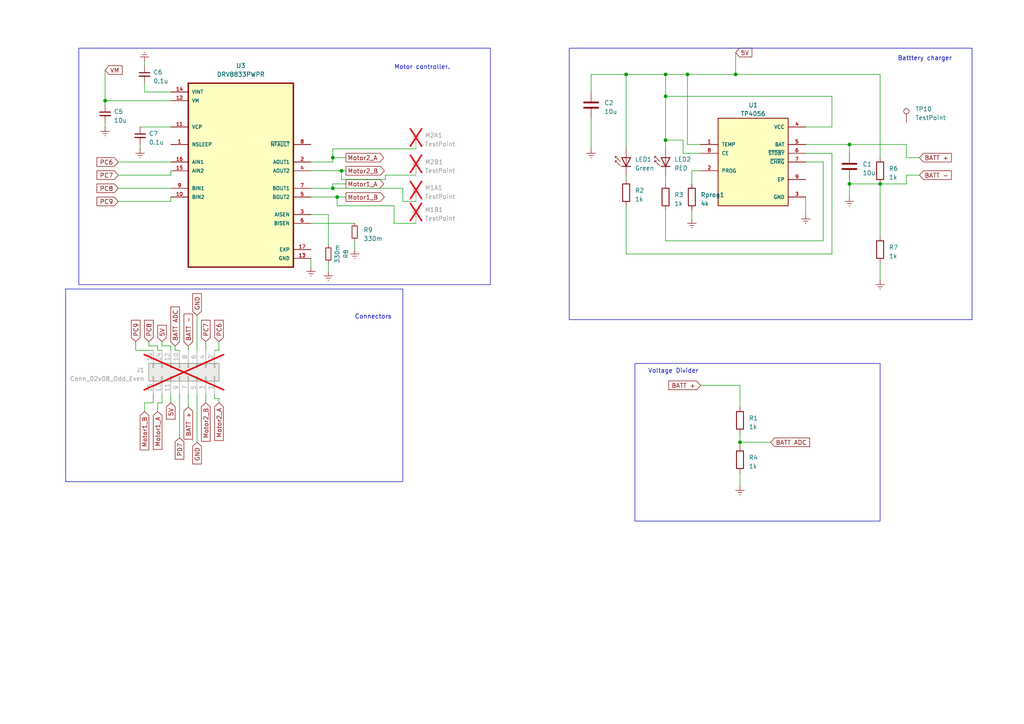
<source format=kicad_sch>
(kicad_sch
	(version 20231120)
	(generator "eeschema")
	(generator_version "8.0")
	(uuid "7a16739c-7e49-4179-ae1c-3d4dfabe2f13")
	(paper "A4")
	(lib_symbols
		(symbol "Connector:TestPoint"
			(pin_numbers hide)
			(pin_names
				(offset 0.762) hide)
			(exclude_from_sim no)
			(in_bom yes)
			(on_board yes)
			(property "Reference" "TP"
				(at 0 6.858 0)
				(effects
					(font
						(size 1.27 1.27)
					)
				)
			)
			(property "Value" "TestPoint"
				(at 0 5.08 0)
				(effects
					(font
						(size 1.27 1.27)
					)
				)
			)
			(property "Footprint" ""
				(at 5.08 0 0)
				(effects
					(font
						(size 1.27 1.27)
					)
					(hide yes)
				)
			)
			(property "Datasheet" "~"
				(at 5.08 0 0)
				(effects
					(font
						(size 1.27 1.27)
					)
					(hide yes)
				)
			)
			(property "Description" "test point"
				(at 0 0 0)
				(effects
					(font
						(size 1.27 1.27)
					)
					(hide yes)
				)
			)
			(property "ki_keywords" "test point tp"
				(at 0 0 0)
				(effects
					(font
						(size 1.27 1.27)
					)
					(hide yes)
				)
			)
			(property "ki_fp_filters" "Pin* Test*"
				(at 0 0 0)
				(effects
					(font
						(size 1.27 1.27)
					)
					(hide yes)
				)
			)
			(symbol "TestPoint_0_1"
				(circle
					(center 0 3.302)
					(radius 0.762)
					(stroke
						(width 0)
						(type default)
					)
					(fill
						(type none)
					)
				)
			)
			(symbol "TestPoint_1_1"
				(pin passive line
					(at 0 0 90)
					(length 2.54)
					(name "1"
						(effects
							(font
								(size 1.27 1.27)
							)
						)
					)
					(number "1"
						(effects
							(font
								(size 1.27 1.27)
							)
						)
					)
				)
			)
		)
		(symbol "Connector_Generic:Conn_02x08_Odd_Even"
			(pin_names
				(offset 1.016) hide)
			(exclude_from_sim no)
			(in_bom yes)
			(on_board yes)
			(property "Reference" "J"
				(at 1.27 10.16 0)
				(effects
					(font
						(size 1.27 1.27)
					)
				)
			)
			(property "Value" "Conn_02x08_Odd_Even"
				(at 1.27 -12.7 0)
				(effects
					(font
						(size 1.27 1.27)
					)
				)
			)
			(property "Footprint" ""
				(at 0 0 0)
				(effects
					(font
						(size 1.27 1.27)
					)
					(hide yes)
				)
			)
			(property "Datasheet" "~"
				(at 0 0 0)
				(effects
					(font
						(size 1.27 1.27)
					)
					(hide yes)
				)
			)
			(property "Description" "Generic connector, double row, 02x08, odd/even pin numbering scheme (row 1 odd numbers, row 2 even numbers), script generated (kicad-library-utils/schlib/autogen/connector/)"
				(at 0 0 0)
				(effects
					(font
						(size 1.27 1.27)
					)
					(hide yes)
				)
			)
			(property "ki_keywords" "connector"
				(at 0 0 0)
				(effects
					(font
						(size 1.27 1.27)
					)
					(hide yes)
				)
			)
			(property "ki_fp_filters" "Connector*:*_2x??_*"
				(at 0 0 0)
				(effects
					(font
						(size 1.27 1.27)
					)
					(hide yes)
				)
			)
			(symbol "Conn_02x08_Odd_Even_1_1"
				(rectangle
					(start -1.27 -10.033)
					(end 0 -10.287)
					(stroke
						(width 0.1524)
						(type default)
					)
					(fill
						(type none)
					)
				)
				(rectangle
					(start -1.27 -7.493)
					(end 0 -7.747)
					(stroke
						(width 0.1524)
						(type default)
					)
					(fill
						(type none)
					)
				)
				(rectangle
					(start -1.27 -4.953)
					(end 0 -5.207)
					(stroke
						(width 0.1524)
						(type default)
					)
					(fill
						(type none)
					)
				)
				(rectangle
					(start -1.27 -2.413)
					(end 0 -2.667)
					(stroke
						(width 0.1524)
						(type default)
					)
					(fill
						(type none)
					)
				)
				(rectangle
					(start -1.27 0.127)
					(end 0 -0.127)
					(stroke
						(width 0.1524)
						(type default)
					)
					(fill
						(type none)
					)
				)
				(rectangle
					(start -1.27 2.667)
					(end 0 2.413)
					(stroke
						(width 0.1524)
						(type default)
					)
					(fill
						(type none)
					)
				)
				(rectangle
					(start -1.27 5.207)
					(end 0 4.953)
					(stroke
						(width 0.1524)
						(type default)
					)
					(fill
						(type none)
					)
				)
				(rectangle
					(start -1.27 7.747)
					(end 0 7.493)
					(stroke
						(width 0.1524)
						(type default)
					)
					(fill
						(type none)
					)
				)
				(rectangle
					(start -1.27 8.89)
					(end 3.81 -11.43)
					(stroke
						(width 0.254)
						(type default)
					)
					(fill
						(type background)
					)
				)
				(rectangle
					(start 3.81 -10.033)
					(end 2.54 -10.287)
					(stroke
						(width 0.1524)
						(type default)
					)
					(fill
						(type none)
					)
				)
				(rectangle
					(start 3.81 -7.493)
					(end 2.54 -7.747)
					(stroke
						(width 0.1524)
						(type default)
					)
					(fill
						(type none)
					)
				)
				(rectangle
					(start 3.81 -4.953)
					(end 2.54 -5.207)
					(stroke
						(width 0.1524)
						(type default)
					)
					(fill
						(type none)
					)
				)
				(rectangle
					(start 3.81 -2.413)
					(end 2.54 -2.667)
					(stroke
						(width 0.1524)
						(type default)
					)
					(fill
						(type none)
					)
				)
				(rectangle
					(start 3.81 0.127)
					(end 2.54 -0.127)
					(stroke
						(width 0.1524)
						(type default)
					)
					(fill
						(type none)
					)
				)
				(rectangle
					(start 3.81 2.667)
					(end 2.54 2.413)
					(stroke
						(width 0.1524)
						(type default)
					)
					(fill
						(type none)
					)
				)
				(rectangle
					(start 3.81 5.207)
					(end 2.54 4.953)
					(stroke
						(width 0.1524)
						(type default)
					)
					(fill
						(type none)
					)
				)
				(rectangle
					(start 3.81 7.747)
					(end 2.54 7.493)
					(stroke
						(width 0.1524)
						(type default)
					)
					(fill
						(type none)
					)
				)
				(pin passive line
					(at -5.08 7.62 0)
					(length 3.81)
					(name "Pin_1"
						(effects
							(font
								(size 1.27 1.27)
							)
						)
					)
					(number "1"
						(effects
							(font
								(size 1.27 1.27)
							)
						)
					)
				)
				(pin passive line
					(at 7.62 -2.54 180)
					(length 3.81)
					(name "Pin_10"
						(effects
							(font
								(size 1.27 1.27)
							)
						)
					)
					(number "10"
						(effects
							(font
								(size 1.27 1.27)
							)
						)
					)
				)
				(pin passive line
					(at -5.08 -5.08 0)
					(length 3.81)
					(name "Pin_11"
						(effects
							(font
								(size 1.27 1.27)
							)
						)
					)
					(number "11"
						(effects
							(font
								(size 1.27 1.27)
							)
						)
					)
				)
				(pin passive line
					(at 7.62 -5.08 180)
					(length 3.81)
					(name "Pin_12"
						(effects
							(font
								(size 1.27 1.27)
							)
						)
					)
					(number "12"
						(effects
							(font
								(size 1.27 1.27)
							)
						)
					)
				)
				(pin passive line
					(at -5.08 -7.62 0)
					(length 3.81)
					(name "Pin_13"
						(effects
							(font
								(size 1.27 1.27)
							)
						)
					)
					(number "13"
						(effects
							(font
								(size 1.27 1.27)
							)
						)
					)
				)
				(pin passive line
					(at 7.62 -7.62 180)
					(length 3.81)
					(name "Pin_14"
						(effects
							(font
								(size 1.27 1.27)
							)
						)
					)
					(number "14"
						(effects
							(font
								(size 1.27 1.27)
							)
						)
					)
				)
				(pin passive line
					(at -5.08 -10.16 0)
					(length 3.81)
					(name "Pin_15"
						(effects
							(font
								(size 1.27 1.27)
							)
						)
					)
					(number "15"
						(effects
							(font
								(size 1.27 1.27)
							)
						)
					)
				)
				(pin passive line
					(at 7.62 -10.16 180)
					(length 3.81)
					(name "Pin_16"
						(effects
							(font
								(size 1.27 1.27)
							)
						)
					)
					(number "16"
						(effects
							(font
								(size 1.27 1.27)
							)
						)
					)
				)
				(pin passive line
					(at 7.62 7.62 180)
					(length 3.81)
					(name "Pin_2"
						(effects
							(font
								(size 1.27 1.27)
							)
						)
					)
					(number "2"
						(effects
							(font
								(size 1.27 1.27)
							)
						)
					)
				)
				(pin passive line
					(at -5.08 5.08 0)
					(length 3.81)
					(name "Pin_3"
						(effects
							(font
								(size 1.27 1.27)
							)
						)
					)
					(number "3"
						(effects
							(font
								(size 1.27 1.27)
							)
						)
					)
				)
				(pin passive line
					(at 7.62 5.08 180)
					(length 3.81)
					(name "Pin_4"
						(effects
							(font
								(size 1.27 1.27)
							)
						)
					)
					(number "4"
						(effects
							(font
								(size 1.27 1.27)
							)
						)
					)
				)
				(pin passive line
					(at -5.08 2.54 0)
					(length 3.81)
					(name "Pin_5"
						(effects
							(font
								(size 1.27 1.27)
							)
						)
					)
					(number "5"
						(effects
							(font
								(size 1.27 1.27)
							)
						)
					)
				)
				(pin passive line
					(at 7.62 2.54 180)
					(length 3.81)
					(name "Pin_6"
						(effects
							(font
								(size 1.27 1.27)
							)
						)
					)
					(number "6"
						(effects
							(font
								(size 1.27 1.27)
							)
						)
					)
				)
				(pin passive line
					(at -5.08 0 0)
					(length 3.81)
					(name "Pin_7"
						(effects
							(font
								(size 1.27 1.27)
							)
						)
					)
					(number "7"
						(effects
							(font
								(size 1.27 1.27)
							)
						)
					)
				)
				(pin passive line
					(at 7.62 0 180)
					(length 3.81)
					(name "Pin_8"
						(effects
							(font
								(size 1.27 1.27)
							)
						)
					)
					(number "8"
						(effects
							(font
								(size 1.27 1.27)
							)
						)
					)
				)
				(pin passive line
					(at -5.08 -2.54 0)
					(length 3.81)
					(name "Pin_9"
						(effects
							(font
								(size 1.27 1.27)
							)
						)
					)
					(number "9"
						(effects
							(font
								(size 1.27 1.27)
							)
						)
					)
				)
			)
		)
		(symbol "DRV8833PWPR:DRV8833PWPR"
			(pin_names
				(offset 1.016)
			)
			(exclude_from_sim no)
			(in_bom yes)
			(on_board yes)
			(property "Reference" "U"
				(at -15.24 28.94 0)
				(effects
					(font
						(size 1.27 1.27)
					)
					(justify left bottom)
				)
			)
			(property "Value" "DRV8833PWPR"
				(at -15.24 -29.4 0)
				(effects
					(font
						(size 1.27 1.27)
					)
					(justify left bottom)
				)
			)
			(property "Footprint" "DRV8833PWPR:IC_DRV8833PWPR"
				(at 0 0 0)
				(effects
					(font
						(size 1.27 1.27)
					)
					(justify bottom)
					(hide yes)
				)
			)
			(property "Datasheet" ""
				(at 0 0 0)
				(effects
					(font
						(size 1.27 1.27)
					)
					(hide yes)
				)
			)
			(property "Description" "\n10.8-V, 2-A dual H-bridge motor driver with current regulation\n"
				(at 0 0 0)
				(effects
					(font
						(size 1.27 1.27)
					)
					(justify bottom)
					(hide yes)
				)
			)
			(property "MF" "Texas Instruments"
				(at 0 0 0)
				(effects
					(font
						(size 1.27 1.27)
					)
					(justify bottom)
					(hide yes)
				)
			)
			(property "MOUSER-PURCHASE-URL" "https://snapeda.com/shop?store=Mouser&id=377881"
				(at 0 0 0)
				(effects
					(font
						(size 1.27 1.27)
					)
					(justify bottom)
					(hide yes)
				)
			)
			(property "PACKAGE" "HTSSOP-16 Texas Instruments"
				(at 0 0 0)
				(effects
					(font
						(size 1.27 1.27)
					)
					(justify bottom)
					(hide yes)
				)
			)
			(property "Price" "None"
				(at 0 0 0)
				(effects
					(font
						(size 1.27 1.27)
					)
					(justify bottom)
					(hide yes)
				)
			)
			(property "PRICE" "None"
				(at 0 0 0)
				(effects
					(font
						(size 1.27 1.27)
					)
					(justify bottom)
					(hide yes)
				)
			)
			(property "Package" "HTSSOP-16 Texas Instruments"
				(at 0 0 0)
				(effects
					(font
						(size 1.27 1.27)
					)
					(justify bottom)
					(hide yes)
				)
			)
			(property "Check_prices" "https://www.snapeda.com/parts/DRV8833PWPR/Texas+Instruments/view-part/?ref=eda"
				(at 0 0 0)
				(effects
					(font
						(size 1.27 1.27)
					)
					(justify bottom)
					(hide yes)
				)
			)
			(property "STANDARD" "Manufacturer Recommendations"
				(at 0 0 0)
				(effects
					(font
						(size 1.27 1.27)
					)
					(justify bottom)
					(hide yes)
				)
			)
			(property "PARTREV" "E"
				(at 0 0 0)
				(effects
					(font
						(size 1.27 1.27)
					)
					(justify bottom)
					(hide yes)
				)
			)
			(property "SnapEDA_Link" "https://www.snapeda.com/parts/DRV8833PWPR/Texas+Instruments/view-part/?ref=snap"
				(at 0 0 0)
				(effects
					(font
						(size 1.27 1.27)
					)
					(justify bottom)
					(hide yes)
				)
			)
			(property "MP" "DRV8833PWPR"
				(at 0 0 0)
				(effects
					(font
						(size 1.27 1.27)
					)
					(justify bottom)
					(hide yes)
				)
			)
			(property "TEXAS_INSTRUMENTS-PURCHASE-URL" "https://snapeda.com/shop?store=Texas+Instruments&id=377881"
				(at 0 0 0)
				(effects
					(font
						(size 1.27 1.27)
					)
					(justify bottom)
					(hide yes)
				)
			)
			(property "MAXIMUM_PACKAGE_HEIGHT" "1.2mm"
				(at 0 0 0)
				(effects
					(font
						(size 1.27 1.27)
					)
					(justify bottom)
					(hide yes)
				)
			)
			(property "Availability" "In Stock"
				(at 0 0 0)
				(effects
					(font
						(size 1.27 1.27)
					)
					(justify bottom)
					(hide yes)
				)
			)
			(property "AVAILABILITY" "Warning"
				(at 0 0 0)
				(effects
					(font
						(size 1.27 1.27)
					)
					(justify bottom)
					(hide yes)
				)
			)
			(property "DIGIKEY-PURCHASE-URL" "https://snapeda.com/shop?store=DigiKey&id=377881"
				(at 0 0 0)
				(effects
					(font
						(size 1.27 1.27)
					)
					(justify bottom)
					(hide yes)
				)
			)
			(property "MANUFACTURER" "Texas Instruments"
				(at 0 0 0)
				(effects
					(font
						(size 1.27 1.27)
					)
					(justify bottom)
					(hide yes)
				)
			)
			(symbol "DRV8833PWPR_0_0"
				(rectangle
					(start -15.24 -25.4)
					(end 15.24 27.94)
					(stroke
						(width 0.41)
						(type default)
					)
					(fill
						(type background)
					)
				)
				(pin input line
					(at -20.32 10.16 0)
					(length 5.08)
					(name "NSLEEP"
						(effects
							(font
								(size 1.016 1.016)
							)
						)
					)
					(number "1"
						(effects
							(font
								(size 1.016 1.016)
							)
						)
					)
				)
				(pin input line
					(at -20.32 -5.08 0)
					(length 5.08)
					(name "BIN2"
						(effects
							(font
								(size 1.016 1.016)
							)
						)
					)
					(number "10"
						(effects
							(font
								(size 1.016 1.016)
							)
						)
					)
				)
				(pin bidirectional line
					(at -20.32 15.24 0)
					(length 5.08)
					(name "VCP"
						(effects
							(font
								(size 1.016 1.016)
							)
						)
					)
					(number "11"
						(effects
							(font
								(size 1.016 1.016)
							)
						)
					)
				)
				(pin power_in line
					(at -20.32 22.86 0)
					(length 5.08)
					(name "VM"
						(effects
							(font
								(size 1.016 1.016)
							)
						)
					)
					(number "12"
						(effects
							(font
								(size 1.016 1.016)
							)
						)
					)
				)
				(pin power_in line
					(at 20.32 -22.86 180)
					(length 5.08)
					(name "GND"
						(effects
							(font
								(size 1.016 1.016)
							)
						)
					)
					(number "13"
						(effects
							(font
								(size 1.016 1.016)
							)
						)
					)
				)
				(pin power_in line
					(at -20.32 25.4 0)
					(length 5.08)
					(name "VINT"
						(effects
							(font
								(size 1.016 1.016)
							)
						)
					)
					(number "14"
						(effects
							(font
								(size 1.016 1.016)
							)
						)
					)
				)
				(pin input line
					(at -20.32 2.54 0)
					(length 5.08)
					(name "AIN2"
						(effects
							(font
								(size 1.016 1.016)
							)
						)
					)
					(number "15"
						(effects
							(font
								(size 1.016 1.016)
							)
						)
					)
				)
				(pin input line
					(at -20.32 5.08 0)
					(length 5.08)
					(name "AIN1"
						(effects
							(font
								(size 1.016 1.016)
							)
						)
					)
					(number "16"
						(effects
							(font
								(size 1.016 1.016)
							)
						)
					)
				)
				(pin passive line
					(at 20.32 -20.32 180)
					(length 5.08)
					(name "EXP"
						(effects
							(font
								(size 1.016 1.016)
							)
						)
					)
					(number "17"
						(effects
							(font
								(size 1.016 1.016)
							)
						)
					)
				)
				(pin output line
					(at 20.32 5.08 180)
					(length 5.08)
					(name "AOUT1"
						(effects
							(font
								(size 1.016 1.016)
							)
						)
					)
					(number "2"
						(effects
							(font
								(size 1.016 1.016)
							)
						)
					)
				)
				(pin bidirectional line
					(at 20.32 -10.16 180)
					(length 5.08)
					(name "AISEN"
						(effects
							(font
								(size 1.016 1.016)
							)
						)
					)
					(number "3"
						(effects
							(font
								(size 1.016 1.016)
							)
						)
					)
				)
				(pin output line
					(at 20.32 2.54 180)
					(length 5.08)
					(name "AOUT2"
						(effects
							(font
								(size 1.016 1.016)
							)
						)
					)
					(number "4"
						(effects
							(font
								(size 1.016 1.016)
							)
						)
					)
				)
				(pin output line
					(at 20.32 -5.08 180)
					(length 5.08)
					(name "BOUT2"
						(effects
							(font
								(size 1.016 1.016)
							)
						)
					)
					(number "5"
						(effects
							(font
								(size 1.016 1.016)
							)
						)
					)
				)
				(pin bidirectional line
					(at 20.32 -12.7 180)
					(length 5.08)
					(name "BISEN"
						(effects
							(font
								(size 1.016 1.016)
							)
						)
					)
					(number "6"
						(effects
							(font
								(size 1.016 1.016)
							)
						)
					)
				)
				(pin output line
					(at 20.32 -2.54 180)
					(length 5.08)
					(name "BOUT1"
						(effects
							(font
								(size 1.016 1.016)
							)
						)
					)
					(number "7"
						(effects
							(font
								(size 1.016 1.016)
							)
						)
					)
				)
				(pin output line
					(at 20.32 10.16 180)
					(length 5.08)
					(name "~{NFAULT}"
						(effects
							(font
								(size 1.016 1.016)
							)
						)
					)
					(number "8"
						(effects
							(font
								(size 1.016 1.016)
							)
						)
					)
				)
				(pin input line
					(at -20.32 -2.54 0)
					(length 5.08)
					(name "BIN1"
						(effects
							(font
								(size 1.016 1.016)
							)
						)
					)
					(number "9"
						(effects
							(font
								(size 1.016 1.016)
							)
						)
					)
				)
			)
		)
		(symbol "Device:C"
			(pin_numbers hide)
			(pin_names
				(offset 0.254)
			)
			(exclude_from_sim no)
			(in_bom yes)
			(on_board yes)
			(property "Reference" "C"
				(at 0.635 2.54 0)
				(effects
					(font
						(size 1.27 1.27)
					)
					(justify left)
				)
			)
			(property "Value" "C"
				(at 0.635 -2.54 0)
				(effects
					(font
						(size 1.27 1.27)
					)
					(justify left)
				)
			)
			(property "Footprint" ""
				(at 0.9652 -3.81 0)
				(effects
					(font
						(size 1.27 1.27)
					)
					(hide yes)
				)
			)
			(property "Datasheet" "~"
				(at 0 0 0)
				(effects
					(font
						(size 1.27 1.27)
					)
					(hide yes)
				)
			)
			(property "Description" "Unpolarized capacitor"
				(at 0 0 0)
				(effects
					(font
						(size 1.27 1.27)
					)
					(hide yes)
				)
			)
			(property "ki_keywords" "cap capacitor"
				(at 0 0 0)
				(effects
					(font
						(size 1.27 1.27)
					)
					(hide yes)
				)
			)
			(property "ki_fp_filters" "C_*"
				(at 0 0 0)
				(effects
					(font
						(size 1.27 1.27)
					)
					(hide yes)
				)
			)
			(symbol "C_0_1"
				(polyline
					(pts
						(xy -2.032 -0.762) (xy 2.032 -0.762)
					)
					(stroke
						(width 0.508)
						(type default)
					)
					(fill
						(type none)
					)
				)
				(polyline
					(pts
						(xy -2.032 0.762) (xy 2.032 0.762)
					)
					(stroke
						(width 0.508)
						(type default)
					)
					(fill
						(type none)
					)
				)
			)
			(symbol "C_1_1"
				(pin passive line
					(at 0 3.81 270)
					(length 2.794)
					(name "~"
						(effects
							(font
								(size 1.27 1.27)
							)
						)
					)
					(number "1"
						(effects
							(font
								(size 1.27 1.27)
							)
						)
					)
				)
				(pin passive line
					(at 0 -3.81 90)
					(length 2.794)
					(name "~"
						(effects
							(font
								(size 1.27 1.27)
							)
						)
					)
					(number "2"
						(effects
							(font
								(size 1.27 1.27)
							)
						)
					)
				)
			)
		)
		(symbol "Device:C_Small"
			(pin_numbers hide)
			(pin_names
				(offset 0.254) hide)
			(exclude_from_sim no)
			(in_bom yes)
			(on_board yes)
			(property "Reference" "C"
				(at 0.254 1.778 0)
				(effects
					(font
						(size 1.27 1.27)
					)
					(justify left)
				)
			)
			(property "Value" "C_Small"
				(at 0.254 -2.032 0)
				(effects
					(font
						(size 1.27 1.27)
					)
					(justify left)
				)
			)
			(property "Footprint" ""
				(at 0 0 0)
				(effects
					(font
						(size 1.27 1.27)
					)
					(hide yes)
				)
			)
			(property "Datasheet" "~"
				(at 0 0 0)
				(effects
					(font
						(size 1.27 1.27)
					)
					(hide yes)
				)
			)
			(property "Description" "Unpolarized capacitor, small symbol"
				(at 0 0 0)
				(effects
					(font
						(size 1.27 1.27)
					)
					(hide yes)
				)
			)
			(property "ki_keywords" "capacitor cap"
				(at 0 0 0)
				(effects
					(font
						(size 1.27 1.27)
					)
					(hide yes)
				)
			)
			(property "ki_fp_filters" "C_*"
				(at 0 0 0)
				(effects
					(font
						(size 1.27 1.27)
					)
					(hide yes)
				)
			)
			(symbol "C_Small_0_1"
				(polyline
					(pts
						(xy -1.524 -0.508) (xy 1.524 -0.508)
					)
					(stroke
						(width 0.3302)
						(type default)
					)
					(fill
						(type none)
					)
				)
				(polyline
					(pts
						(xy -1.524 0.508) (xy 1.524 0.508)
					)
					(stroke
						(width 0.3048)
						(type default)
					)
					(fill
						(type none)
					)
				)
			)
			(symbol "C_Small_1_1"
				(pin passive line
					(at 0 2.54 270)
					(length 2.032)
					(name "~"
						(effects
							(font
								(size 1.27 1.27)
							)
						)
					)
					(number "1"
						(effects
							(font
								(size 1.27 1.27)
							)
						)
					)
				)
				(pin passive line
					(at 0 -2.54 90)
					(length 2.032)
					(name "~"
						(effects
							(font
								(size 1.27 1.27)
							)
						)
					)
					(number "2"
						(effects
							(font
								(size 1.27 1.27)
							)
						)
					)
				)
			)
		)
		(symbol "Device:R"
			(pin_numbers hide)
			(pin_names
				(offset 0)
			)
			(exclude_from_sim no)
			(in_bom yes)
			(on_board yes)
			(property "Reference" "R"
				(at 2.032 0 90)
				(effects
					(font
						(size 1.27 1.27)
					)
				)
			)
			(property "Value" "R"
				(at 0 0 90)
				(effects
					(font
						(size 1.27 1.27)
					)
				)
			)
			(property "Footprint" ""
				(at -1.778 0 90)
				(effects
					(font
						(size 1.27 1.27)
					)
					(hide yes)
				)
			)
			(property "Datasheet" "~"
				(at 0 0 0)
				(effects
					(font
						(size 1.27 1.27)
					)
					(hide yes)
				)
			)
			(property "Description" "Resistor"
				(at 0 0 0)
				(effects
					(font
						(size 1.27 1.27)
					)
					(hide yes)
				)
			)
			(property "ki_keywords" "R res resistor"
				(at 0 0 0)
				(effects
					(font
						(size 1.27 1.27)
					)
					(hide yes)
				)
			)
			(property "ki_fp_filters" "R_*"
				(at 0 0 0)
				(effects
					(font
						(size 1.27 1.27)
					)
					(hide yes)
				)
			)
			(symbol "R_0_1"
				(rectangle
					(start -1.016 -2.54)
					(end 1.016 2.54)
					(stroke
						(width 0.254)
						(type default)
					)
					(fill
						(type none)
					)
				)
			)
			(symbol "R_1_1"
				(pin passive line
					(at 0 3.81 270)
					(length 1.27)
					(name "~"
						(effects
							(font
								(size 1.27 1.27)
							)
						)
					)
					(number "1"
						(effects
							(font
								(size 1.27 1.27)
							)
						)
					)
				)
				(pin passive line
					(at 0 -3.81 90)
					(length 1.27)
					(name "~"
						(effects
							(font
								(size 1.27 1.27)
							)
						)
					)
					(number "2"
						(effects
							(font
								(size 1.27 1.27)
							)
						)
					)
				)
			)
		)
		(symbol "Device:R_Small"
			(pin_numbers hide)
			(pin_names
				(offset 0.254) hide)
			(exclude_from_sim no)
			(in_bom yes)
			(on_board yes)
			(property "Reference" "R"
				(at 0.762 0.508 0)
				(effects
					(font
						(size 1.27 1.27)
					)
					(justify left)
				)
			)
			(property "Value" "R_Small"
				(at 0.762 -1.016 0)
				(effects
					(font
						(size 1.27 1.27)
					)
					(justify left)
				)
			)
			(property "Footprint" ""
				(at 0 0 0)
				(effects
					(font
						(size 1.27 1.27)
					)
					(hide yes)
				)
			)
			(property "Datasheet" "~"
				(at 0 0 0)
				(effects
					(font
						(size 1.27 1.27)
					)
					(hide yes)
				)
			)
			(property "Description" "Resistor, small symbol"
				(at 0 0 0)
				(effects
					(font
						(size 1.27 1.27)
					)
					(hide yes)
				)
			)
			(property "ki_keywords" "R resistor"
				(at 0 0 0)
				(effects
					(font
						(size 1.27 1.27)
					)
					(hide yes)
				)
			)
			(property "ki_fp_filters" "R_*"
				(at 0 0 0)
				(effects
					(font
						(size 1.27 1.27)
					)
					(hide yes)
				)
			)
			(symbol "R_Small_0_1"
				(rectangle
					(start -0.762 1.778)
					(end 0.762 -1.778)
					(stroke
						(width 0.2032)
						(type default)
					)
					(fill
						(type none)
					)
				)
			)
			(symbol "R_Small_1_1"
				(pin passive line
					(at 0 2.54 270)
					(length 0.762)
					(name "~"
						(effects
							(font
								(size 1.27 1.27)
							)
						)
					)
					(number "1"
						(effects
							(font
								(size 1.27 1.27)
							)
						)
					)
				)
				(pin passive line
					(at 0 -2.54 90)
					(length 0.762)
					(name "~"
						(effects
							(font
								(size 1.27 1.27)
							)
						)
					)
					(number "2"
						(effects
							(font
								(size 1.27 1.27)
							)
						)
					)
				)
			)
		)
		(symbol "LED:LD271"
			(pin_numbers hide)
			(pin_names
				(offset 1.016) hide)
			(exclude_from_sim no)
			(in_bom yes)
			(on_board yes)
			(property "Reference" "D"
				(at 0.508 1.778 0)
				(effects
					(font
						(size 1.27 1.27)
					)
					(justify left)
				)
			)
			(property "Value" "LD271"
				(at -1.016 -2.794 0)
				(effects
					(font
						(size 1.27 1.27)
					)
				)
			)
			(property "Footprint" "LED_THT:LED_D5.0mm_IRGrey"
				(at 0 4.445 0)
				(effects
					(font
						(size 1.27 1.27)
					)
					(hide yes)
				)
			)
			(property "Datasheet" "http://www.alliedelec.com/m/d/40788c34903a719969df15f1fbea1056.pdf"
				(at -1.27 0 0)
				(effects
					(font
						(size 1.27 1.27)
					)
					(hide yes)
				)
			)
			(property "Description" "940nm IR-LED, 5mm"
				(at 0 0 0)
				(effects
					(font
						(size 1.27 1.27)
					)
					(hide yes)
				)
			)
			(property "ki_keywords" "IR LED"
				(at 0 0 0)
				(effects
					(font
						(size 1.27 1.27)
					)
					(hide yes)
				)
			)
			(property "ki_fp_filters" "LED*5.0mm*IRGrey*"
				(at 0 0 0)
				(effects
					(font
						(size 1.27 1.27)
					)
					(hide yes)
				)
			)
			(symbol "LD271_0_1"
				(polyline
					(pts
						(xy -2.54 1.27) (xy -2.54 -1.27)
					)
					(stroke
						(width 0.254)
						(type default)
					)
					(fill
						(type none)
					)
				)
				(polyline
					(pts
						(xy 0 0) (xy -2.54 0)
					)
					(stroke
						(width 0)
						(type default)
					)
					(fill
						(type none)
					)
				)
				(polyline
					(pts
						(xy 0.381 3.175) (xy -0.127 3.175)
					)
					(stroke
						(width 0)
						(type default)
					)
					(fill
						(type none)
					)
				)
				(polyline
					(pts
						(xy -1.143 1.651) (xy 0.381 3.175) (xy 0.381 2.667)
					)
					(stroke
						(width 0)
						(type default)
					)
					(fill
						(type none)
					)
				)
				(polyline
					(pts
						(xy 0 -1.27) (xy -2.54 0) (xy 0 1.27) (xy 0 -1.27)
					)
					(stroke
						(width 0.254)
						(type default)
					)
					(fill
						(type none)
					)
				)
				(polyline
					(pts
						(xy -2.413 1.651) (xy -0.889 3.175) (xy -0.889 2.667) (xy -0.889 3.175) (xy -1.397 3.175)
					)
					(stroke
						(width 0)
						(type default)
					)
					(fill
						(type none)
					)
				)
			)
			(symbol "LD271_1_1"
				(pin passive line
					(at -5.08 0 0)
					(length 2.54)
					(name "K"
						(effects
							(font
								(size 1.27 1.27)
							)
						)
					)
					(number "1"
						(effects
							(font
								(size 1.27 1.27)
							)
						)
					)
				)
				(pin passive line
					(at 2.54 0 180)
					(length 2.54)
					(name "A"
						(effects
							(font
								(size 1.27 1.27)
							)
						)
					)
					(number "2"
						(effects
							(font
								(size 1.27 1.27)
							)
						)
					)
				)
			)
		)
		(symbol "LED:LD274"
			(pin_numbers hide)
			(pin_names
				(offset 1.016) hide)
			(exclude_from_sim no)
			(in_bom yes)
			(on_board yes)
			(property "Reference" "D"
				(at 0.508 1.778 0)
				(effects
					(font
						(size 1.27 1.27)
					)
					(justify left)
				)
			)
			(property "Value" "LD274"
				(at -1.016 -2.794 0)
				(effects
					(font
						(size 1.27 1.27)
					)
				)
			)
			(property "Footprint" "LED_THT:LED_D5.0mm_IRGrey"
				(at 0 4.445 0)
				(effects
					(font
						(size 1.27 1.27)
					)
					(hide yes)
				)
			)
			(property "Datasheet" "http://pdf.datasheetcatalog.com/datasheet/siemens/LD274.pdf"
				(at -1.27 0 0)
				(effects
					(font
						(size 1.27 1.27)
					)
					(hide yes)
				)
			)
			(property "Description" "950nm IR-LED, 5mm"
				(at 0 0 0)
				(effects
					(font
						(size 1.27 1.27)
					)
					(hide yes)
				)
			)
			(property "ki_keywords" "IR LED"
				(at 0 0 0)
				(effects
					(font
						(size 1.27 1.27)
					)
					(hide yes)
				)
			)
			(property "ki_fp_filters" "LED*5.0mm*IRGrey*"
				(at 0 0 0)
				(effects
					(font
						(size 1.27 1.27)
					)
					(hide yes)
				)
			)
			(symbol "LD274_0_1"
				(polyline
					(pts
						(xy -2.54 1.27) (xy -2.54 -1.27)
					)
					(stroke
						(width 0.254)
						(type default)
					)
					(fill
						(type none)
					)
				)
				(polyline
					(pts
						(xy 0 0) (xy -2.54 0)
					)
					(stroke
						(width 0)
						(type default)
					)
					(fill
						(type none)
					)
				)
				(polyline
					(pts
						(xy 0.381 3.175) (xy -0.127 3.175)
					)
					(stroke
						(width 0)
						(type default)
					)
					(fill
						(type none)
					)
				)
				(polyline
					(pts
						(xy -1.143 1.651) (xy 0.381 3.175) (xy 0.381 2.667)
					)
					(stroke
						(width 0)
						(type default)
					)
					(fill
						(type none)
					)
				)
				(polyline
					(pts
						(xy 0 -1.27) (xy -2.54 0) (xy 0 1.27) (xy 0 -1.27)
					)
					(stroke
						(width 0.254)
						(type default)
					)
					(fill
						(type none)
					)
				)
				(polyline
					(pts
						(xy -2.413 1.651) (xy -0.889 3.175) (xy -0.889 2.667) (xy -0.889 3.175) (xy -1.397 3.175)
					)
					(stroke
						(width 0)
						(type default)
					)
					(fill
						(type none)
					)
				)
			)
			(symbol "LD274_1_1"
				(pin passive line
					(at -5.08 0 0)
					(length 2.54)
					(name "K"
						(effects
							(font
								(size 1.27 1.27)
							)
						)
					)
					(number "1"
						(effects
							(font
								(size 1.27 1.27)
							)
						)
					)
				)
				(pin passive line
					(at 2.54 0 180)
					(length 2.54)
					(name "A"
						(effects
							(font
								(size 1.27 1.27)
							)
						)
					)
					(number "2"
						(effects
							(font
								(size 1.27 1.27)
							)
						)
					)
				)
			)
		)
		(symbol "TP4056:TP4056"
			(pin_names
				(offset 1.016)
			)
			(exclude_from_sim no)
			(in_bom yes)
			(on_board yes)
			(property "Reference" "U"
				(at -10.16 13.208 0)
				(effects
					(font
						(size 1.27 1.27)
					)
					(justify left bottom)
				)
			)
			(property "Value" "TP4056"
				(at -10.16 -15.24 0)
				(effects
					(font
						(size 1.27 1.27)
					)
					(justify left bottom)
				)
			)
			(property "Footprint" "TP4056:SOP127P600X175-9N"
				(at 0 0 0)
				(effects
					(font
						(size 1.27 1.27)
					)
					(justify bottom)
					(hide yes)
				)
			)
			(property "Datasheet" ""
				(at 0 0 0)
				(effects
					(font
						(size 1.27 1.27)
					)
					(hide yes)
				)
			)
			(property "Description" "\nComplete single cell Li-Ion battery with a constant current / constant voltage linear charger\n"
				(at 0 0 0)
				(effects
					(font
						(size 1.27 1.27)
					)
					(justify bottom)
					(hide yes)
				)
			)
			(property "MF" "NanJing Top Power ASIC Corp."
				(at 0 0 0)
				(effects
					(font
						(size 1.27 1.27)
					)
					(justify bottom)
					(hide yes)
				)
			)
			(property "MAXIMUM_PACKAGE_HEIGHT" "1.75mm"
				(at 0 0 0)
				(effects
					(font
						(size 1.27 1.27)
					)
					(justify bottom)
					(hide yes)
				)
			)
			(property "Package" "Package"
				(at 0 0 0)
				(effects
					(font
						(size 1.27 1.27)
					)
					(justify bottom)
					(hide yes)
				)
			)
			(property "Price" "None"
				(at 0 0 0)
				(effects
					(font
						(size 1.27 1.27)
					)
					(justify bottom)
					(hide yes)
				)
			)
			(property "Check_prices" "https://www.snapeda.com/parts/TP4056/NanJing+Top+Power+ASIC+Corp./view-part/?ref=eda"
				(at 0 0 0)
				(effects
					(font
						(size 1.27 1.27)
					)
					(justify bottom)
					(hide yes)
				)
			)
			(property "STANDARD" "IPC 7351B"
				(at 0 0 0)
				(effects
					(font
						(size 1.27 1.27)
					)
					(justify bottom)
					(hide yes)
				)
			)
			(property "SnapEDA_Link" "https://www.snapeda.com/parts/TP4056/NanJing+Top+Power+ASIC+Corp./view-part/?ref=snap"
				(at 0 0 0)
				(effects
					(font
						(size 1.27 1.27)
					)
					(justify bottom)
					(hide yes)
				)
			)
			(property "MP" "TP4056"
				(at 0 0 0)
				(effects
					(font
						(size 1.27 1.27)
					)
					(justify bottom)
					(hide yes)
				)
			)
			(property "Availability" "Not in stock"
				(at 0 0 0)
				(effects
					(font
						(size 1.27 1.27)
					)
					(justify bottom)
					(hide yes)
				)
			)
			(property "MANUFACTURER" "NanJing Top Power ASIC Corp."
				(at 0 0 0)
				(effects
					(font
						(size 1.27 1.27)
					)
					(justify bottom)
					(hide yes)
				)
			)
			(symbol "TP4056_0_0"
				(rectangle
					(start -10.16 -12.7)
					(end 10.16 12.7)
					(stroke
						(width 0.254)
						(type default)
					)
					(fill
						(type background)
					)
				)
				(pin input line
					(at -15.24 5.08 0)
					(length 5.08)
					(name "TEMP"
						(effects
							(font
								(size 1.016 1.016)
							)
						)
					)
					(number "1"
						(effects
							(font
								(size 1.016 1.016)
							)
						)
					)
				)
				(pin bidirectional line
					(at -15.24 -2.54 0)
					(length 5.08)
					(name "PROG"
						(effects
							(font
								(size 1.016 1.016)
							)
						)
					)
					(number "2"
						(effects
							(font
								(size 1.016 1.016)
							)
						)
					)
				)
				(pin power_in line
					(at 15.24 -10.16 180)
					(length 5.08)
					(name "GND"
						(effects
							(font
								(size 1.016 1.016)
							)
						)
					)
					(number "3"
						(effects
							(font
								(size 1.016 1.016)
							)
						)
					)
				)
				(pin power_in line
					(at 15.24 10.16 180)
					(length 5.08)
					(name "VCC"
						(effects
							(font
								(size 1.016 1.016)
							)
						)
					)
					(number "4"
						(effects
							(font
								(size 1.016 1.016)
							)
						)
					)
				)
				(pin output line
					(at 15.24 5.08 180)
					(length 5.08)
					(name "BAT"
						(effects
							(font
								(size 1.016 1.016)
							)
						)
					)
					(number "5"
						(effects
							(font
								(size 1.016 1.016)
							)
						)
					)
				)
				(pin output line
					(at 15.24 2.54 180)
					(length 5.08)
					(name "~{STDBY}"
						(effects
							(font
								(size 1.016 1.016)
							)
						)
					)
					(number "6"
						(effects
							(font
								(size 1.016 1.016)
							)
						)
					)
				)
				(pin output line
					(at 15.24 0 180)
					(length 5.08)
					(name "~{CHRG}"
						(effects
							(font
								(size 1.016 1.016)
							)
						)
					)
					(number "7"
						(effects
							(font
								(size 1.016 1.016)
							)
						)
					)
				)
				(pin input line
					(at -15.24 2.54 0)
					(length 5.08)
					(name "CE"
						(effects
							(font
								(size 1.016 1.016)
							)
						)
					)
					(number "8"
						(effects
							(font
								(size 1.016 1.016)
							)
						)
					)
				)
				(pin passive line
					(at 15.24 -5.08 180)
					(length 5.08)
					(name "EP"
						(effects
							(font
								(size 1.016 1.016)
							)
						)
					)
					(number "9"
						(effects
							(font
								(size 1.016 1.016)
							)
						)
					)
				)
			)
		)
		(symbol "power:Earth"
			(power)
			(pin_names
				(offset 0)
			)
			(exclude_from_sim no)
			(in_bom yes)
			(on_board yes)
			(property "Reference" "#PWR"
				(at 0 -6.35 0)
				(effects
					(font
						(size 1.27 1.27)
					)
					(hide yes)
				)
			)
			(property "Value" "Earth"
				(at 0 -3.81 0)
				(effects
					(font
						(size 1.27 1.27)
					)
					(hide yes)
				)
			)
			(property "Footprint" ""
				(at 0 0 0)
				(effects
					(font
						(size 1.27 1.27)
					)
					(hide yes)
				)
			)
			(property "Datasheet" "~"
				(at 0 0 0)
				(effects
					(font
						(size 1.27 1.27)
					)
					(hide yes)
				)
			)
			(property "Description" "Power symbol creates a global label with name \"Earth\""
				(at 0 0 0)
				(effects
					(font
						(size 1.27 1.27)
					)
					(hide yes)
				)
			)
			(property "ki_keywords" "global ground gnd"
				(at 0 0 0)
				(effects
					(font
						(size 1.27 1.27)
					)
					(hide yes)
				)
			)
			(symbol "Earth_0_1"
				(polyline
					(pts
						(xy -0.635 -1.905) (xy 0.635 -1.905)
					)
					(stroke
						(width 0)
						(type default)
					)
					(fill
						(type none)
					)
				)
				(polyline
					(pts
						(xy -0.127 -2.54) (xy 0.127 -2.54)
					)
					(stroke
						(width 0)
						(type default)
					)
					(fill
						(type none)
					)
				)
				(polyline
					(pts
						(xy 0 -1.27) (xy 0 0)
					)
					(stroke
						(width 0)
						(type default)
					)
					(fill
						(type none)
					)
				)
				(polyline
					(pts
						(xy 1.27 -1.27) (xy -1.27 -1.27)
					)
					(stroke
						(width 0)
						(type default)
					)
					(fill
						(type none)
					)
				)
			)
			(symbol "Earth_1_1"
				(pin power_in line
					(at 0 0 270)
					(length 0) hide
					(name "Earth"
						(effects
							(font
								(size 1.27 1.27)
							)
						)
					)
					(number "1"
						(effects
							(font
								(size 1.27 1.27)
							)
						)
					)
				)
			)
		)
	)
	(junction
		(at 199.39 21.59)
		(diameter 0)
		(color 0 0 0 0)
		(uuid "1595bdc3-340c-4d83-97d7-3446c2baa4bd")
	)
	(junction
		(at 30.48 29.21)
		(diameter 0)
		(color 0 0 0 0)
		(uuid "1af92463-f9b6-45fb-b796-1bb6632a96f4")
	)
	(junction
		(at 96.52 45.72)
		(diameter 0)
		(color 0 0 0 0)
		(uuid "3198e00b-9f25-47d3-a45e-87ca7023c699")
	)
	(junction
		(at 99.06 49.53)
		(diameter 0)
		(color 0 0 0 0)
		(uuid "4c310242-a8db-47ec-8803-82365cd8355c")
	)
	(junction
		(at 181.61 21.59)
		(diameter 0)
		(color 0 0 0 0)
		(uuid "4d15d68e-e1f0-4b82-8ee6-21caf270c41d")
	)
	(junction
		(at 193.04 40.64)
		(diameter 0)
		(color 0 0 0 0)
		(uuid "51abd80c-ad53-4e3e-bd6f-ea0b1fa227a9")
	)
	(junction
		(at 96.52 54.61)
		(diameter 0)
		(color 0 0 0 0)
		(uuid "6334fea5-f8f6-4819-95c0-51f45f304d6a")
	)
	(junction
		(at 213.36 21.59)
		(diameter 0)
		(color 0 0 0 0)
		(uuid "7b52a648-20a9-4f9a-8b77-7e42a2921c4b")
	)
	(junction
		(at 97.79 57.15)
		(diameter 0)
		(color 0 0 0 0)
		(uuid "b240d01c-bbf2-49ff-b2aa-6f2760af4f9e")
	)
	(junction
		(at 214.63 128.27)
		(diameter 0)
		(color 0 0 0 0)
		(uuid "b771cf8f-b4ef-40db-a552-064901105027")
	)
	(junction
		(at 193.04 21.59)
		(diameter 0)
		(color 0 0 0 0)
		(uuid "c4a9bc5f-defa-489b-aa90-3aedb69312b7")
	)
	(junction
		(at 246.38 53.34)
		(diameter 0)
		(color 0 0 0 0)
		(uuid "cf38f0bf-503a-4e1d-9945-2f94b39b6c43")
	)
	(junction
		(at 246.38 41.91)
		(diameter 0)
		(color 0 0 0 0)
		(uuid "d00e2c0a-183f-4b49-8e61-8482232cd4e6")
	)
	(junction
		(at 255.27 53.34)
		(diameter 0)
		(color 0 0 0 0)
		(uuid "dfc09783-8c0a-405f-b3cf-715572fd633d")
	)
	(junction
		(at 193.04 27.94)
		(diameter 0)
		(color 0 0 0 0)
		(uuid "fbfb775e-04e5-4e07-b4e2-cf79ee176685")
	)
	(wire
		(pts
			(xy 63.5 101.6) (xy 63.5 99.06)
		)
		(stroke
			(width 0)
			(type default)
		)
		(uuid "011d0730-96a1-4dc7-afd0-ac146a0c3f56")
	)
	(wire
		(pts
			(xy 97.79 59.69) (xy 97.79 57.15)
		)
		(stroke
			(width 0)
			(type default)
		)
		(uuid "04692b64-5087-4e5a-b714-68995594d939")
	)
	(wire
		(pts
			(xy 241.3 44.45) (xy 241.3 73.66)
		)
		(stroke
			(width 0)
			(type default)
		)
		(uuid "061350b6-1cc5-4b7d-98e6-18b49b5c8c38")
	)
	(wire
		(pts
			(xy 57.15 114.3) (xy 57.15 128.27)
		)
		(stroke
			(width 0)
			(type default)
		)
		(uuid "066cdb87-3589-4167-ba2a-0c7d59fe1026")
	)
	(wire
		(pts
			(xy 96.52 54.61) (xy 96.52 53.34)
		)
		(stroke
			(width 0)
			(type default)
		)
		(uuid "083a4936-c806-41bf-be71-1e5f6877a1f1")
	)
	(wire
		(pts
			(xy 181.61 43.18) (xy 181.61 21.59)
		)
		(stroke
			(width 0)
			(type default)
		)
		(uuid "08aa5b01-9835-4cc2-b52e-5df6ca39d630")
	)
	(wire
		(pts
			(xy 99.06 52.07) (xy 99.06 49.53)
		)
		(stroke
			(width 0)
			(type default)
		)
		(uuid "08f75c48-24a1-4de8-8b0c-81b1379ff3a2")
	)
	(wire
		(pts
			(xy 45.72 100.33) (xy 43.18 100.33)
		)
		(stroke
			(width 0)
			(type default)
		)
		(uuid "090923ff-12fc-4649-bb24-f4f6664e5f36")
	)
	(wire
		(pts
			(xy 39.37 99.06) (xy 39.37 101.6)
		)
		(stroke
			(width 0)
			(type default)
		)
		(uuid "096c2c9d-6aa3-450f-b54e-cd4288a1cf39")
	)
	(wire
		(pts
			(xy 193.04 27.94) (xy 193.04 40.64)
		)
		(stroke
			(width 0)
			(type default)
		)
		(uuid "0bd3872c-14db-4549-b6ff-db1c56e15d98")
	)
	(wire
		(pts
			(xy 233.68 41.91) (xy 246.38 41.91)
		)
		(stroke
			(width 0)
			(type default)
		)
		(uuid "0e7f28a9-e72f-4324-9d9c-6b01c4faf735")
	)
	(wire
		(pts
			(xy 99.06 49.53) (xy 100.33 49.53)
		)
		(stroke
			(width 0)
			(type default)
		)
		(uuid "0ed829c4-2388-41a1-8cc4-0eab242a995b")
	)
	(wire
		(pts
			(xy 120.65 58.42) (xy 116.84 58.42)
		)
		(stroke
			(width 0)
			(type default)
		)
		(uuid "11653b01-980f-4d89-8408-2b36bac8698f")
	)
	(wire
		(pts
			(xy 262.89 41.91) (xy 262.89 45.72)
		)
		(stroke
			(width 0)
			(type default)
		)
		(uuid "121d5d6f-1bd2-4a41-9b5a-d69c6e45ad5f")
	)
	(wire
		(pts
			(xy 97.79 57.15) (xy 100.33 57.15)
		)
		(stroke
			(width 0)
			(type default)
		)
		(uuid "14e9c9fd-8553-4a87-888e-1c4d7bf49ff7")
	)
	(wire
		(pts
			(xy 241.3 73.66) (xy 181.61 73.66)
		)
		(stroke
			(width 0)
			(type default)
		)
		(uuid "1a6ebda8-af12-42a3-8448-b2d71450edd8")
	)
	(wire
		(pts
			(xy 193.04 21.59) (xy 199.39 21.59)
		)
		(stroke
			(width 0)
			(type default)
		)
		(uuid "1b374795-7779-432b-b614-876e67fd6fef")
	)
	(wire
		(pts
			(xy 246.38 53.34) (xy 246.38 57.15)
		)
		(stroke
			(width 0)
			(type default)
		)
		(uuid "1e4c01b8-cb6e-4833-a9f4-7f07ddf2babb")
	)
	(wire
		(pts
			(xy 96.52 53.34) (xy 100.33 53.34)
		)
		(stroke
			(width 0)
			(type default)
		)
		(uuid "1e550297-fa40-4e14-b841-cc3b16ed1524")
	)
	(wire
		(pts
			(xy 49.53 50.8) (xy 49.53 49.53)
		)
		(stroke
			(width 0)
			(type default)
		)
		(uuid "1ff4e83c-28bb-4f18-96a7-5ef9499b79e3")
	)
	(wire
		(pts
			(xy 49.53 100.33) (xy 46.99 100.33)
		)
		(stroke
			(width 0)
			(type default)
		)
		(uuid "209eaced-92c3-4f2f-a850-be72ad2082e8")
	)
	(wire
		(pts
			(xy 54.61 114.3) (xy 54.61 118.11)
		)
		(stroke
			(width 0)
			(type default)
		)
		(uuid "217c666d-7f17-4aba-91ea-a1bf9bba47da")
	)
	(wire
		(pts
			(xy 59.69 99.06) (xy 59.69 101.6)
		)
		(stroke
			(width 0)
			(type default)
		)
		(uuid "222054ad-8aeb-41c8-9e2f-e52fc3484018")
	)
	(wire
		(pts
			(xy 199.39 21.59) (xy 199.39 41.91)
		)
		(stroke
			(width 0)
			(type default)
		)
		(uuid "2288ef02-049c-4d08-8e2e-40e96fb71324")
	)
	(wire
		(pts
			(xy 262.89 50.8) (xy 262.89 53.34)
		)
		(stroke
			(width 0)
			(type default)
		)
		(uuid "22e6628b-236d-4e17-94bd-bc77380e0ca9")
	)
	(wire
		(pts
			(xy 30.48 29.21) (xy 30.48 30.48)
		)
		(stroke
			(width 0)
			(type default)
		)
		(uuid "244316a7-4d12-44aa-a7a6-069732aa07e0")
	)
	(wire
		(pts
			(xy 203.2 44.45) (xy 198.12 44.45)
		)
		(stroke
			(width 0)
			(type default)
		)
		(uuid "298bd73b-1bb7-44b9-8dc8-206225cc9194")
	)
	(wire
		(pts
			(xy 262.89 45.72) (xy 266.7 45.72)
		)
		(stroke
			(width 0)
			(type default)
		)
		(uuid "2a80bda7-0102-43e2-a601-230031f5cfac")
	)
	(wire
		(pts
			(xy 46.99 99.06) (xy 46.99 100.33)
		)
		(stroke
			(width 0)
			(type default)
		)
		(uuid "2bb56807-5c10-4c6a-9d47-3af5c84e41fa")
	)
	(wire
		(pts
			(xy 241.3 36.83) (xy 241.3 27.94)
		)
		(stroke
			(width 0)
			(type default)
		)
		(uuid "2ce0417e-321a-48e7-9d07-0bce4602028a")
	)
	(wire
		(pts
			(xy 90.17 46.99) (xy 96.52 46.99)
		)
		(stroke
			(width 0)
			(type default)
		)
		(uuid "2ce2d4e1-2bf3-4904-b4eb-6fe81ab40578")
	)
	(wire
		(pts
			(xy 200.66 60.96) (xy 200.66 63.5)
		)
		(stroke
			(width 0)
			(type default)
		)
		(uuid "2cea8f85-9eb9-406b-b1a0-c9ccde56c3b5")
	)
	(wire
		(pts
			(xy 233.68 44.45) (xy 241.3 44.45)
		)
		(stroke
			(width 0)
			(type default)
		)
		(uuid "2d7d8349-a9b8-4273-b411-6e76fdcd5e75")
	)
	(wire
		(pts
			(xy 41.91 17.78) (xy 41.91 19.05)
		)
		(stroke
			(width 0)
			(type default)
		)
		(uuid "30f1d317-20ff-4d17-be83-eab01371b8b6")
	)
	(wire
		(pts
			(xy 90.17 57.15) (xy 97.79 57.15)
		)
		(stroke
			(width 0)
			(type default)
		)
		(uuid "32f42b0c-f574-4063-a4f4-f4d85482a47a")
	)
	(wire
		(pts
			(xy 30.48 20.32) (xy 30.48 29.21)
		)
		(stroke
			(width 0)
			(type default)
		)
		(uuid "333c4fca-9687-4af3-bcd0-7abad64de7df")
	)
	(wire
		(pts
			(xy 203.2 41.91) (xy 199.39 41.91)
		)
		(stroke
			(width 0)
			(type default)
		)
		(uuid "37251016-c802-43fb-8012-1715a323ddc3")
	)
	(wire
		(pts
			(xy 114.3 64.77) (xy 114.3 59.69)
		)
		(stroke
			(width 0)
			(type default)
		)
		(uuid "3745218b-feb9-44c6-ba22-6af04dd6050d")
	)
	(wire
		(pts
			(xy 34.29 46.99) (xy 49.53 46.99)
		)
		(stroke
			(width 0)
			(type default)
		)
		(uuid "39c9042f-6dc3-48fc-a7ff-6ce408b47918")
	)
	(wire
		(pts
			(xy 238.76 46.99) (xy 238.76 69.85)
		)
		(stroke
			(width 0)
			(type default)
		)
		(uuid "3a445b49-bbf8-4f09-a319-ea47b016116c")
	)
	(wire
		(pts
			(xy 171.45 21.59) (xy 181.61 21.59)
		)
		(stroke
			(width 0)
			(type default)
		)
		(uuid "3c62b95e-90cc-4ce3-82ee-a20d59b3895f")
	)
	(wire
		(pts
			(xy 214.63 137.16) (xy 214.63 140.97)
		)
		(stroke
			(width 0)
			(type default)
		)
		(uuid "41a09ff8-9c51-43dc-a775-c64e35596597")
	)
	(wire
		(pts
			(xy 198.12 44.45) (xy 198.12 40.64)
		)
		(stroke
			(width 0)
			(type default)
		)
		(uuid "43c6da03-914f-4bb4-abbb-384fc589d600")
	)
	(wire
		(pts
			(xy 45.72 116.84) (xy 45.72 119.38)
		)
		(stroke
			(width 0)
			(type default)
		)
		(uuid "443afcd2-2d47-40d6-9833-9f18c6c9add8")
	)
	(wire
		(pts
			(xy 200.66 49.53) (xy 200.66 53.34)
		)
		(stroke
			(width 0)
			(type default)
		)
		(uuid "46eb250e-566f-46e5-a87b-7196ae306076")
	)
	(wire
		(pts
			(xy 96.52 46.99) (xy 96.52 45.72)
		)
		(stroke
			(width 0)
			(type default)
		)
		(uuid "47d8cad7-3612-424f-a873-735d683ebb00")
	)
	(wire
		(pts
			(xy 34.29 50.8) (xy 49.53 50.8)
		)
		(stroke
			(width 0)
			(type default)
		)
		(uuid "47f561d0-1f99-446f-83a4-a3d8b7f50961")
	)
	(wire
		(pts
			(xy 255.27 53.34) (xy 255.27 68.58)
		)
		(stroke
			(width 0)
			(type default)
		)
		(uuid "494fa73c-448e-443a-a04b-705b2347a26c")
	)
	(wire
		(pts
			(xy 193.04 21.59) (xy 193.04 27.94)
		)
		(stroke
			(width 0)
			(type default)
		)
		(uuid "4a0d1135-66de-48a4-8a1e-f67aa309edab")
	)
	(wire
		(pts
			(xy 34.29 58.42) (xy 49.53 58.42)
		)
		(stroke
			(width 0)
			(type default)
		)
		(uuid "4bbf171d-cd9c-4ff5-9f68-937628a5a873")
	)
	(wire
		(pts
			(xy 90.17 74.93) (xy 90.17 77.47)
		)
		(stroke
			(width 0)
			(type default)
		)
		(uuid "4c9d965c-3853-4e1d-9bfa-6e94bca1de11")
	)
	(wire
		(pts
			(xy 114.3 59.69) (xy 97.79 59.69)
		)
		(stroke
			(width 0)
			(type default)
		)
		(uuid "4d373dee-c742-4130-a8b0-9ca90f3026e1")
	)
	(wire
		(pts
			(xy 90.17 62.23) (xy 95.25 62.23)
		)
		(stroke
			(width 0)
			(type default)
		)
		(uuid "4e796180-7eda-4fa6-9c98-ab04a7639efe")
	)
	(wire
		(pts
			(xy 44.45 114.3) (xy 44.45 116.84)
		)
		(stroke
			(width 0)
			(type default)
		)
		(uuid "5097563f-38fc-4670-ac43-cf61f2483c2a")
	)
	(wire
		(pts
			(xy 62.23 115.57) (xy 63.5 115.57)
		)
		(stroke
			(width 0)
			(type default)
		)
		(uuid "5744c140-c803-4c3e-a823-c44ee3eb565d")
	)
	(wire
		(pts
			(xy 90.17 49.53) (xy 99.06 49.53)
		)
		(stroke
			(width 0)
			(type default)
		)
		(uuid "57d0f8e7-0c63-4a1f-a9ce-3f7a937923e4")
	)
	(wire
		(pts
			(xy 120.65 43.18) (xy 96.52 43.18)
		)
		(stroke
			(width 0)
			(type default)
		)
		(uuid "5a0ba996-12b3-4a2b-8cd0-af0e5d4c6025")
	)
	(wire
		(pts
			(xy 214.63 128.27) (xy 214.63 129.54)
		)
		(stroke
			(width 0)
			(type default)
		)
		(uuid "5cabfdcc-3014-4b0e-807b-94eccfd6a722")
	)
	(wire
		(pts
			(xy 49.53 101.6) (xy 49.53 100.33)
		)
		(stroke
			(width 0)
			(type default)
		)
		(uuid "5e48d863-2651-4cc2-be78-0d7501b77180")
	)
	(wire
		(pts
			(xy 49.53 114.3) (xy 49.53 116.84)
		)
		(stroke
			(width 0)
			(type default)
		)
		(uuid "60614c37-7bef-4341-90e1-09ad791f6e67")
	)
	(wire
		(pts
			(xy 116.84 58.42) (xy 116.84 54.61)
		)
		(stroke
			(width 0)
			(type default)
		)
		(uuid "69d6503f-511f-4aac-9586-f7fb306e8fd0")
	)
	(wire
		(pts
			(xy 246.38 52.07) (xy 246.38 53.34)
		)
		(stroke
			(width 0)
			(type default)
		)
		(uuid "6acfea54-e96a-4a6d-acff-4c1909ed5fb4")
	)
	(wire
		(pts
			(xy 213.36 21.59) (xy 199.39 21.59)
		)
		(stroke
			(width 0)
			(type default)
		)
		(uuid "6cc62e2e-6b73-43ec-b0f9-4778a14143e9")
	)
	(wire
		(pts
			(xy 111.76 52.07) (xy 99.06 52.07)
		)
		(stroke
			(width 0)
			(type default)
		)
		(uuid "70381ece-df76-4f7e-ae86-7ec634a67d8e")
	)
	(wire
		(pts
			(xy 90.17 54.61) (xy 96.52 54.61)
		)
		(stroke
			(width 0)
			(type default)
		)
		(uuid "706ebf9b-439a-43c1-b577-5b0a9c47fa46")
	)
	(wire
		(pts
			(xy 214.63 125.73) (xy 214.63 128.27)
		)
		(stroke
			(width 0)
			(type default)
		)
		(uuid "739672df-62e2-4f8b-ae7a-94e0b394a1c3")
	)
	(wire
		(pts
			(xy 233.68 57.15) (xy 233.68 62.23)
		)
		(stroke
			(width 0)
			(type default)
		)
		(uuid "761a3419-745a-4697-9582-6a3bf4be6253")
	)
	(wire
		(pts
			(xy 233.68 46.99) (xy 238.76 46.99)
		)
		(stroke
			(width 0)
			(type default)
		)
		(uuid "7667cd0c-21f3-454a-9194-ac1018769cbe")
	)
	(wire
		(pts
			(xy 171.45 26.67) (xy 171.45 21.59)
		)
		(stroke
			(width 0)
			(type default)
		)
		(uuid "7aee5e56-7841-4f1e-bfff-b63500427b3f")
	)
	(wire
		(pts
			(xy 203.2 111.76) (xy 214.63 111.76)
		)
		(stroke
			(width 0)
			(type default)
		)
		(uuid "7b601424-1ae6-4e8c-bfb2-b62b6b6eb7ae")
	)
	(wire
		(pts
			(xy 193.04 50.8) (xy 193.04 53.34)
		)
		(stroke
			(width 0)
			(type default)
		)
		(uuid "806a77b4-c6b5-4e46-a211-542bbe9f6a8d")
	)
	(wire
		(pts
			(xy 214.63 111.76) (xy 214.63 118.11)
		)
		(stroke
			(width 0)
			(type default)
		)
		(uuid "8258f069-67d0-4eaf-afb0-83d7cc04c19e")
	)
	(wire
		(pts
			(xy 44.45 116.84) (xy 41.91 116.84)
		)
		(stroke
			(width 0)
			(type default)
		)
		(uuid "851dada2-aaf8-40f2-8be3-0e4b55bd8ff3")
	)
	(wire
		(pts
			(xy 57.15 91.44) (xy 57.15 101.6)
		)
		(stroke
			(width 0)
			(type default)
		)
		(uuid "85f0bf37-e349-4ca0-9ef6-412d79e7a56b")
	)
	(wire
		(pts
			(xy 246.38 41.91) (xy 246.38 44.45)
		)
		(stroke
			(width 0)
			(type default)
		)
		(uuid "8956f1f2-479d-4b2c-8f99-21928d24a682")
	)
	(wire
		(pts
			(xy 52.07 101.6) (xy 50.8 101.6)
		)
		(stroke
			(width 0)
			(type default)
		)
		(uuid "8bf74fc1-7481-4ff0-8a59-aff40e499fff")
	)
	(wire
		(pts
			(xy 52.07 114.3) (xy 52.07 127)
		)
		(stroke
			(width 0)
			(type default)
		)
		(uuid "8d3d448e-6102-42b8-967a-216dd257434c")
	)
	(wire
		(pts
			(xy 102.87 69.85) (xy 102.87 72.39)
		)
		(stroke
			(width 0)
			(type default)
		)
		(uuid "8e40df41-a9a1-44b9-97b0-6583d2cb506d")
	)
	(wire
		(pts
			(xy 43.18 99.06) (xy 43.18 100.33)
		)
		(stroke
			(width 0)
			(type default)
		)
		(uuid "9005234a-d3b5-4a5e-b665-5131d5014bf2")
	)
	(wire
		(pts
			(xy 238.76 69.85) (xy 193.04 69.85)
		)
		(stroke
			(width 0)
			(type default)
		)
		(uuid "95cdb4eb-33aa-4571-88d6-c37a6f7208ac")
	)
	(wire
		(pts
			(xy 46.99 116.84) (xy 45.72 116.84)
		)
		(stroke
			(width 0)
			(type default)
		)
		(uuid "96630e81-ac9b-40d8-9da7-20d3621e0a01")
	)
	(wire
		(pts
			(xy 193.04 27.94) (xy 241.3 27.94)
		)
		(stroke
			(width 0)
			(type default)
		)
		(uuid "9dfbfa87-bd8c-419d-909f-762f22fb36df")
	)
	(wire
		(pts
			(xy 213.36 15.24) (xy 213.36 21.59)
		)
		(stroke
			(width 0)
			(type default)
		)
		(uuid "9e16febf-0f0c-4902-9eb1-f9f725e9d3aa")
	)
	(wire
		(pts
			(xy 30.48 35.56) (xy 30.48 36.83)
		)
		(stroke
			(width 0)
			(type default)
		)
		(uuid "9ed5ad5c-5f2f-4173-b81c-9fbcf2af9cb4")
	)
	(wire
		(pts
			(xy 214.63 128.27) (xy 223.52 128.27)
		)
		(stroke
			(width 0)
			(type default)
		)
		(uuid "9faa2cc1-e9b4-4695-b26c-d75cebd16162")
	)
	(wire
		(pts
			(xy 46.99 114.3) (xy 46.99 116.84)
		)
		(stroke
			(width 0)
			(type default)
		)
		(uuid "a087b44c-2ad5-4f4a-9ff1-d11989b49d36")
	)
	(wire
		(pts
			(xy 34.29 54.61) (xy 49.53 54.61)
		)
		(stroke
			(width 0)
			(type default)
		)
		(uuid "a100ea9e-33b4-4f33-bf10-a2fae182e92f")
	)
	(wire
		(pts
			(xy 90.17 64.77) (xy 102.87 64.77)
		)
		(stroke
			(width 0)
			(type default)
		)
		(uuid "a1fd1b43-1f22-4c55-aaa4-5694c03b6d26")
	)
	(wire
		(pts
			(xy 193.04 40.64) (xy 193.04 43.18)
		)
		(stroke
			(width 0)
			(type default)
		)
		(uuid "a39c5561-936a-422b-925d-b4a93f73922a")
	)
	(wire
		(pts
			(xy 116.84 54.61) (xy 96.52 54.61)
		)
		(stroke
			(width 0)
			(type default)
		)
		(uuid "a74060a6-c93d-411c-9a2f-a8e47870566d")
	)
	(wire
		(pts
			(xy 246.38 41.91) (xy 262.89 41.91)
		)
		(stroke
			(width 0)
			(type default)
		)
		(uuid "a8251abb-6125-4080-90c5-3c1fa58db094")
	)
	(wire
		(pts
			(xy 181.61 50.8) (xy 181.61 52.07)
		)
		(stroke
			(width 0)
			(type default)
		)
		(uuid "a89cc9be-c725-45cc-a5dc-10c370829b51")
	)
	(wire
		(pts
			(xy 203.2 49.53) (xy 200.66 49.53)
		)
		(stroke
			(width 0)
			(type default)
		)
		(uuid "a9dfdd87-991b-43c6-8499-5bd9ff41d131")
	)
	(wire
		(pts
			(xy 62.23 114.3) (xy 62.23 115.57)
		)
		(stroke
			(width 0)
			(type default)
		)
		(uuid "aa3dcab9-a40c-49cf-acd6-70f79f495e6b")
	)
	(wire
		(pts
			(xy 41.91 26.67) (xy 49.53 26.67)
		)
		(stroke
			(width 0)
			(type default)
		)
		(uuid "adbe27ca-be14-4324-8807-87ef7957b711")
	)
	(wire
		(pts
			(xy 181.61 73.66) (xy 181.61 59.69)
		)
		(stroke
			(width 0)
			(type default)
		)
		(uuid "aeeedeeb-720c-43ac-a644-79d65f19a5e6")
	)
	(wire
		(pts
			(xy 95.25 76.2) (xy 95.25 78.74)
		)
		(stroke
			(width 0)
			(type default)
		)
		(uuid "b1ae2766-56e8-40b9-a9b5-1ae43619f06a")
	)
	(wire
		(pts
			(xy 45.72 101.6) (xy 45.72 100.33)
		)
		(stroke
			(width 0)
			(type default)
		)
		(uuid "b8cb9ada-ae3b-4550-a74a-c759cb86b58f")
	)
	(wire
		(pts
			(xy 40.64 36.83) (xy 49.53 36.83)
		)
		(stroke
			(width 0)
			(type default)
		)
		(uuid "bf1ab00b-c34c-4d8a-b99e-9e6da504a2d8")
	)
	(wire
		(pts
			(xy 40.64 41.91) (xy 40.64 43.18)
		)
		(stroke
			(width 0)
			(type default)
		)
		(uuid "c0b2f538-6b5a-423b-8c3c-e72a1b84b131")
	)
	(wire
		(pts
			(xy 255.27 53.34) (xy 262.89 53.34)
		)
		(stroke
			(width 0)
			(type default)
		)
		(uuid "c1dac047-1ab1-450e-8e71-76622c1c1fc5")
	)
	(wire
		(pts
			(xy 95.25 62.23) (xy 95.25 71.12)
		)
		(stroke
			(width 0)
			(type default)
		)
		(uuid "c2fd276c-ec6a-4899-aeff-c87d3050ca61")
	)
	(wire
		(pts
			(xy 233.68 36.83) (xy 241.3 36.83)
		)
		(stroke
			(width 0)
			(type default)
		)
		(uuid "c3378326-8b30-4e0d-a079-e0dbea99a16d")
	)
	(wire
		(pts
			(xy 46.99 101.6) (xy 45.72 101.6)
		)
		(stroke
			(width 0)
			(type default)
		)
		(uuid "c4eb8b84-0236-49a1-baad-0cef6ed8ade0")
	)
	(wire
		(pts
			(xy 59.69 114.3) (xy 59.69 116.84)
		)
		(stroke
			(width 0)
			(type default)
		)
		(uuid "c5a95834-5066-45e1-aab3-0006ce4ae21d")
	)
	(wire
		(pts
			(xy 111.76 50.8) (xy 111.76 52.07)
		)
		(stroke
			(width 0)
			(type default)
		)
		(uuid "c6dbd75d-198f-4621-8f25-8bfcee88fc86")
	)
	(wire
		(pts
			(xy 63.5 115.57) (xy 63.5 116.84)
		)
		(stroke
			(width 0)
			(type default)
		)
		(uuid "c753cd62-97c1-4668-a337-63da7d86ba3c")
	)
	(wire
		(pts
			(xy 41.91 116.84) (xy 41.91 119.38)
		)
		(stroke
			(width 0)
			(type default)
		)
		(uuid "cc9b748d-46c1-4d67-863b-014f3601235b")
	)
	(wire
		(pts
			(xy 120.65 64.77) (xy 114.3 64.77)
		)
		(stroke
			(width 0)
			(type default)
		)
		(uuid "d146e495-bab0-4daf-a8f1-51bd43738548")
	)
	(wire
		(pts
			(xy 62.23 101.6) (xy 63.5 101.6)
		)
		(stroke
			(width 0)
			(type default)
		)
		(uuid "d429baba-33dd-4e43-81e9-bff44866c76d")
	)
	(wire
		(pts
			(xy 49.53 58.42) (xy 49.53 57.15)
		)
		(stroke
			(width 0)
			(type default)
		)
		(uuid "d51b66a1-947f-47d6-b29a-938ff5a7eb3e")
	)
	(wire
		(pts
			(xy 50.8 101.6) (xy 50.8 100.33)
		)
		(stroke
			(width 0)
			(type default)
		)
		(uuid "d9d902a8-f2d1-46f6-a951-9a4fab02e997")
	)
	(wire
		(pts
			(xy 44.45 101.6) (xy 39.37 101.6)
		)
		(stroke
			(width 0)
			(type default)
		)
		(uuid "db0604bc-84dc-4c16-97cc-5c3544d15bee")
	)
	(wire
		(pts
			(xy 96.52 45.72) (xy 100.33 45.72)
		)
		(stroke
			(width 0)
			(type default)
		)
		(uuid "dca049b6-c832-45bb-b018-1f2ef857465a")
	)
	(wire
		(pts
			(xy 262.89 50.8) (xy 266.7 50.8)
		)
		(stroke
			(width 0)
			(type default)
		)
		(uuid "dff3e9dd-c7f5-4a3f-8fae-fa39c80292f0")
	)
	(wire
		(pts
			(xy 246.38 53.34) (xy 255.27 53.34)
		)
		(stroke
			(width 0)
			(type default)
		)
		(uuid "e17987a8-dee4-4146-ade1-92bf7bf24e41")
	)
	(wire
		(pts
			(xy 171.45 34.29) (xy 171.45 43.18)
		)
		(stroke
			(width 0)
			(type default)
		)
		(uuid "e1e81445-1225-43a3-b259-da0c2a0fd583")
	)
	(wire
		(pts
			(xy 255.27 76.2) (xy 255.27 81.28)
		)
		(stroke
			(width 0)
			(type default)
		)
		(uuid "e2e17e82-ea19-440d-85ae-45eac67de11d")
	)
	(wire
		(pts
			(xy 255.27 45.72) (xy 255.27 21.59)
		)
		(stroke
			(width 0)
			(type default)
		)
		(uuid "e42ee265-e34e-449b-ad2b-62c78d358b02")
	)
	(wire
		(pts
			(xy 181.61 21.59) (xy 193.04 21.59)
		)
		(stroke
			(width 0)
			(type default)
		)
		(uuid "e4a0417b-be83-4c04-ba75-fb4ef902a1ae")
	)
	(wire
		(pts
			(xy 193.04 69.85) (xy 193.04 60.96)
		)
		(stroke
			(width 0)
			(type default)
		)
		(uuid "ebfebf25-5b61-46c7-a577-fdc142fe877d")
	)
	(wire
		(pts
			(xy 120.65 50.8) (xy 111.76 50.8)
		)
		(stroke
			(width 0)
			(type default)
		)
		(uuid "ec5eff99-94fe-4c2f-9bd9-41be57954ca8")
	)
	(wire
		(pts
			(xy 198.12 40.64) (xy 193.04 40.64)
		)
		(stroke
			(width 0)
			(type default)
		)
		(uuid "f0319084-75fa-4066-81b1-7b841726ed36")
	)
	(wire
		(pts
			(xy 255.27 21.59) (xy 213.36 21.59)
		)
		(stroke
			(width 0)
			(type default)
		)
		(uuid "f0c5472b-67f2-426a-88d4-63ed28458fd8")
	)
	(wire
		(pts
			(xy 96.52 43.18) (xy 96.52 45.72)
		)
		(stroke
			(width 0)
			(type default)
		)
		(uuid "f27858b2-3a31-4867-af97-7843e95dbc2c")
	)
	(wire
		(pts
			(xy 54.61 100.33) (xy 54.61 101.6)
		)
		(stroke
			(width 0)
			(type default)
		)
		(uuid "f50ec42a-e8ab-406f-b68c-7a717f693d25")
	)
	(wire
		(pts
			(xy 41.91 24.13) (xy 41.91 26.67)
		)
		(stroke
			(width 0)
			(type default)
		)
		(uuid "fb761552-9e15-481c-af1c-cc7f4841089f")
	)
	(wire
		(pts
			(xy 49.53 29.21) (xy 30.48 29.21)
		)
		(stroke
			(width 0)
			(type default)
		)
		(uuid "febb0fe8-8b58-4a0b-82f0-4f81b3f20b82")
	)
	(rectangle
		(start 22.86 13.97)
		(end 142.24 82.55)
		(stroke
			(width 0)
			(type default)
		)
		(fill
			(type none)
		)
		(uuid 19662e9d-5b3d-4dd1-8fae-c63b87464c65)
	)
	(rectangle
		(start 184.15 105.41)
		(end 255.27 151.13)
		(stroke
			(width 0)
			(type default)
		)
		(fill
			(type none)
		)
		(uuid 5301a88e-cd17-4a16-ad86-e14ea6618de4)
	)
	(rectangle
		(start 165.1 13.97)
		(end 281.94 92.71)
		(stroke
			(width 0)
			(type default)
		)
		(fill
			(type none)
		)
		(uuid 9845ccc7-3588-483b-8fe4-335952897c50)
	)
	(rectangle
		(start 19.05 83.82)
		(end 116.84 139.7)
		(stroke
			(width 0)
			(type default)
		)
		(fill
			(type none)
		)
		(uuid b8e972d8-bb26-49ee-97f7-a62fa991a704)
	)
	(text "Connectors\n"
		(exclude_from_sim no)
		(at 102.87 92.71 0)
		(effects
			(font
				(size 1.27 1.27)
			)
			(justify left bottom)
		)
		(uuid "29d1f59b-a911-45e8-9d49-773a3c40482f")
	)
	(text "Motor controller."
		(exclude_from_sim no)
		(at 114.3 20.32 0)
		(effects
			(font
				(size 1.27 1.27)
			)
			(justify left bottom)
		)
		(uuid "5f96afd6-0eed-47f3-9be0-74f064277b9a")
	)
	(text "Batttery charger\n"
		(exclude_from_sim no)
		(at 260.35 17.78 0)
		(effects
			(font
				(size 1.27 1.27)
			)
			(justify left bottom)
		)
		(uuid "a4d6f649-d0c4-43cc-8feb-28524b7ab722")
	)
	(text "Voltage Divider\n\n"
		(exclude_from_sim no)
		(at 187.96 110.49 0)
		(effects
			(font
				(size 1.27 1.27)
			)
			(justify left bottom)
		)
		(uuid "e47de99a-0348-4841-9019-c6a348bb3185")
	)
	(global_label "BATT ADC"
		(shape input)
		(at 223.52 128.27 0)
		(fields_autoplaced yes)
		(effects
			(font
				(size 1.27 1.27)
			)
			(justify left)
		)
		(uuid "02e0f556-82fc-4712-b542-86aed4d04255")
		(property "Intersheetrefs" "${INTERSHEET_REFS}"
			(at 235.1102 128.27 0)
			(effects
				(font
					(size 1.27 1.27)
				)
				(justify left)
				(hide yes)
			)
		)
	)
	(global_label "Motor2_B"
		(shape input)
		(at 59.69 116.84 270)
		(fields_autoplaced yes)
		(effects
			(font
				(size 1.27 1.27)
			)
			(justify right)
		)
		(uuid "06718b72-fd19-40fc-8a49-cf10b110c627")
		(property "Intersheetrefs" "${INTERSHEET_REFS}"
			(at 59.69 128.4542 90)
			(effects
				(font
					(size 1.27 1.27)
				)
				(justify right)
				(hide yes)
			)
		)
	)
	(global_label "Motor1_A"
		(shape output)
		(at 100.33 53.34 0)
		(fields_autoplaced yes)
		(effects
			(font
				(size 1.27 1.27)
			)
			(justify left)
		)
		(uuid "0713e32a-c590-4525-8768-e315f70e3409")
		(property "Intersheetrefs" "${INTERSHEET_REFS}"
			(at 111.7628 53.34 0)
			(effects
				(font
					(size 1.27 1.27)
				)
				(justify left)
				(hide yes)
			)
		)
	)
	(global_label "PC6"
		(shape input)
		(at 34.29 46.99 180)
		(fields_autoplaced yes)
		(effects
			(font
				(size 1.27 1.27)
			)
			(justify right)
		)
		(uuid "23e20622-281c-43a5-98c0-67dd6d68670c")
		(property "Intersheetrefs" "${INTERSHEET_REFS}"
			(at 27.6347 46.99 0)
			(effects
				(font
					(size 1.27 1.27)
				)
				(justify right)
				(hide yes)
			)
		)
	)
	(global_label "Motor1_B"
		(shape output)
		(at 100.33 57.15 0)
		(fields_autoplaced yes)
		(effects
			(font
				(size 1.27 1.27)
			)
			(justify left)
		)
		(uuid "31688588-764c-4746-a41c-557a17373ae6")
		(property "Intersheetrefs" "${INTERSHEET_REFS}"
			(at 111.9442 57.15 0)
			(effects
				(font
					(size 1.27 1.27)
				)
				(justify left)
				(hide yes)
			)
		)
	)
	(global_label "PC6"
		(shape input)
		(at 63.5 99.06 90)
		(fields_autoplaced yes)
		(effects
			(font
				(size 1.27 1.27)
			)
			(justify left)
		)
		(uuid "3ba06278-3c0d-4b3d-bf02-22ff7d0041f9")
		(property "Intersheetrefs" "${INTERSHEET_REFS}"
			(at 63.5 92.4047 90)
			(effects
				(font
					(size 1.27 1.27)
				)
				(justify left)
				(hide yes)
			)
		)
	)
	(global_label "PC9"
		(shape input)
		(at 39.37 99.06 90)
		(fields_autoplaced yes)
		(effects
			(font
				(size 1.27 1.27)
			)
			(justify left)
		)
		(uuid "3dd3b045-d2ba-4f5a-a251-54c85e9628aa")
		(property "Intersheetrefs" "${INTERSHEET_REFS}"
			(at 39.37 92.4047 90)
			(effects
				(font
					(size 1.27 1.27)
				)
				(justify left)
				(hide yes)
			)
		)
	)
	(global_label "PC8"
		(shape input)
		(at 34.29 54.61 180)
		(fields_autoplaced yes)
		(effects
			(font
				(size 1.27 1.27)
			)
			(justify right)
		)
		(uuid "418ed41a-de53-4bcf-b9dd-687ab18ca3d3")
		(property "Intersheetrefs" "${INTERSHEET_REFS}"
			(at 27.6347 54.61 0)
			(effects
				(font
					(size 1.27 1.27)
				)
				(justify right)
				(hide yes)
			)
		)
	)
	(global_label "VM"
		(shape input)
		(at 30.48 20.32 0)
		(fields_autoplaced yes)
		(effects
			(font
				(size 1.27 1.27)
			)
			(justify left)
		)
		(uuid "486206dd-0779-40c7-8f4d-cddce63b5793")
		(property "Intersheetrefs" "${INTERSHEET_REFS}"
			(at 35.9258 20.32 0)
			(effects
				(font
					(size 1.27 1.27)
				)
				(justify left)
				(hide yes)
			)
		)
	)
	(global_label "Motor2_A"
		(shape input)
		(at 63.5 116.84 270)
		(fields_autoplaced yes)
		(effects
			(font
				(size 1.27 1.27)
			)
			(justify right)
		)
		(uuid "49b6de38-aebb-436e-8ad0-b4919ac8d5ca")
		(property "Intersheetrefs" "${INTERSHEET_REFS}"
			(at 63.5 128.2728 90)
			(effects
				(font
					(size 1.27 1.27)
				)
				(justify right)
				(hide yes)
			)
		)
	)
	(global_label "BATT -"
		(shape input)
		(at 266.7 50.8 0)
		(fields_autoplaced yes)
		(effects
			(font
				(size 1.27 1.27)
			)
			(justify left)
		)
		(uuid "58ab1a3d-e21a-4602-8ccd-6ff8e612f692")
		(property "Intersheetrefs" "${INTERSHEET_REFS}"
			(at 276.234 50.8 0)
			(effects
				(font
					(size 1.27 1.27)
				)
				(justify left)
				(hide yes)
			)
		)
	)
	(global_label "PC7"
		(shape input)
		(at 59.69 99.06 90)
		(fields_autoplaced yes)
		(effects
			(font
				(size 1.27 1.27)
			)
			(justify left)
		)
		(uuid "80f89870-7de6-4190-a11c-f58a02621af9")
		(property "Intersheetrefs" "${INTERSHEET_REFS}"
			(at 59.69 92.4047 90)
			(effects
				(font
					(size 1.27 1.27)
				)
				(justify left)
				(hide yes)
			)
		)
	)
	(global_label "5V"
		(shape input)
		(at 213.36 15.24 0)
		(fields_autoplaced yes)
		(effects
			(font
				(size 1.27 1.27)
			)
			(justify left)
		)
		(uuid "8807f6aa-c6f2-4e60-ad97-aa3e84d9ede9")
		(property "Intersheetrefs" "${INTERSHEET_REFS}"
			(at 218.5639 15.24 0)
			(effects
				(font
					(size 1.27 1.27)
				)
				(justify left)
				(hide yes)
			)
		)
	)
	(global_label "PC9"
		(shape input)
		(at 34.29 58.42 180)
		(fields_autoplaced yes)
		(effects
			(font
				(size 1.27 1.27)
			)
			(justify right)
		)
		(uuid "8c21a99d-8dd0-405f-a054-d9faf43b869a")
		(property "Intersheetrefs" "${INTERSHEET_REFS}"
			(at 27.6347 58.42 0)
			(effects
				(font
					(size 1.27 1.27)
				)
				(justify right)
				(hide yes)
			)
		)
	)
	(global_label "BATT -"
		(shape input)
		(at 54.61 100.33 90)
		(fields_autoplaced yes)
		(effects
			(font
				(size 1.27 1.27)
			)
			(justify left)
		)
		(uuid "8f0aa80b-f70a-43ac-9e05-bca2d7cbbde0")
		(property "Intersheetrefs" "${INTERSHEET_REFS}"
			(at 54.61 90.796 90)
			(effects
				(font
					(size 1.27 1.27)
				)
				(justify left)
				(hide yes)
			)
		)
	)
	(global_label "Motor1_A"
		(shape input)
		(at 45.72 119.38 270)
		(fields_autoplaced yes)
		(effects
			(font
				(size 1.27 1.27)
			)
			(justify right)
		)
		(uuid "988cc51a-1a68-4e44-9422-6cb34dd36984")
		(property "Intersheetrefs" "${INTERSHEET_REFS}"
			(at 45.72 130.8128 90)
			(effects
				(font
					(size 1.27 1.27)
				)
				(justify right)
				(hide yes)
			)
		)
	)
	(global_label "GND"
		(shape input)
		(at 57.15 128.27 270)
		(fields_autoplaced yes)
		(effects
			(font
				(size 1.27 1.27)
			)
			(justify right)
		)
		(uuid "98bd53fa-993b-4cac-b3dc-386095db3db0")
		(property "Intersheetrefs" "${INTERSHEET_REFS}"
			(at 57.15 135.0463 90)
			(effects
				(font
					(size 1.27 1.27)
				)
				(justify right)
				(hide yes)
			)
		)
	)
	(global_label "PC8"
		(shape input)
		(at 43.18 99.06 90)
		(fields_autoplaced yes)
		(effects
			(font
				(size 1.27 1.27)
			)
			(justify left)
		)
		(uuid "a023a699-d881-4bd6-99d6-e080f7397833")
		(property "Intersheetrefs" "${INTERSHEET_REFS}"
			(at 43.18 92.4047 90)
			(effects
				(font
					(size 1.27 1.27)
				)
				(justify left)
				(hide yes)
			)
		)
	)
	(global_label "BATT ADC"
		(shape input)
		(at 50.8 100.33 90)
		(fields_autoplaced yes)
		(effects
			(font
				(size 1.27 1.27)
			)
			(justify left)
		)
		(uuid "a0455a5f-ae56-4503-81ce-6c5fa1c8b354")
		(property "Intersheetrefs" "${INTERSHEET_REFS}"
			(at 50.8 88.7398 90)
			(effects
				(font
					(size 1.27 1.27)
				)
				(justify left)
				(hide yes)
			)
		)
	)
	(global_label "BATT +"
		(shape input)
		(at 203.2 111.76 180)
		(fields_autoplaced yes)
		(effects
			(font
				(size 1.27 1.27)
			)
			(justify right)
		)
		(uuid "a52c02ba-a5cd-4168-9e75-f67db5542ea5")
		(property "Intersheetrefs" "${INTERSHEET_REFS}"
			(at 193.666 111.76 0)
			(effects
				(font
					(size 1.27 1.27)
				)
				(justify right)
				(hide yes)
			)
		)
	)
	(global_label "GND"
		(shape input)
		(at 57.15 91.44 90)
		(fields_autoplaced yes)
		(effects
			(font
				(size 1.27 1.27)
			)
			(justify left)
		)
		(uuid "a52e1629-e652-420b-bb8a-5807bb1e0346")
		(property "Intersheetrefs" "${INTERSHEET_REFS}"
			(at 57.15 84.6637 90)
			(effects
				(font
					(size 1.27 1.27)
				)
				(justify left)
				(hide yes)
			)
		)
	)
	(global_label "Motor2_A"
		(shape output)
		(at 100.33 45.72 0)
		(fields_autoplaced yes)
		(effects
			(font
				(size 1.27 1.27)
			)
			(justify left)
		)
		(uuid "b35e096d-adab-489c-afaf-32158a29840b")
		(property "Intersheetrefs" "${INTERSHEET_REFS}"
			(at 111.7628 45.72 0)
			(effects
				(font
					(size 1.27 1.27)
				)
				(justify left)
				(hide yes)
			)
		)
	)
	(global_label "BATT +"
		(shape input)
		(at 266.7 45.72 0)
		(fields_autoplaced yes)
		(effects
			(font
				(size 1.27 1.27)
			)
			(justify left)
		)
		(uuid "b3b45117-affc-4a54-86b4-bb2376048d26")
		(property "Intersheetrefs" "${INTERSHEET_REFS}"
			(at 276.234 45.72 0)
			(effects
				(font
					(size 1.27 1.27)
				)
				(justify left)
				(hide yes)
			)
		)
	)
	(global_label "5V"
		(shape input)
		(at 46.99 99.06 90)
		(fields_autoplaced yes)
		(effects
			(font
				(size 1.27 1.27)
			)
			(justify left)
		)
		(uuid "bb91fcbf-5196-4505-a48a-c7f834a1ddca")
		(property "Intersheetrefs" "${INTERSHEET_REFS}"
			(at 46.99 93.8561 90)
			(effects
				(font
					(size 1.27 1.27)
				)
				(justify left)
				(hide yes)
			)
		)
	)
	(global_label "BATT +"
		(shape input)
		(at 54.61 118.11 270)
		(fields_autoplaced yes)
		(effects
			(font
				(size 1.27 1.27)
			)
			(justify right)
		)
		(uuid "c29d7464-4e32-4e71-b8ab-52b747c53e9d")
		(property "Intersheetrefs" "${INTERSHEET_REFS}"
			(at 54.61 127.644 90)
			(effects
				(font
					(size 1.27 1.27)
				)
				(justify right)
				(hide yes)
			)
		)
	)
	(global_label "PC7"
		(shape input)
		(at 34.29 50.8 180)
		(fields_autoplaced yes)
		(effects
			(font
				(size 1.27 1.27)
			)
			(justify right)
		)
		(uuid "d26a3918-edee-4f9b-880f-b15bc0f0778e")
		(property "Intersheetrefs" "${INTERSHEET_REFS}"
			(at 27.6347 50.8 0)
			(effects
				(font
					(size 1.27 1.27)
				)
				(justify right)
				(hide yes)
			)
		)
	)
	(global_label "Motor2_B"
		(shape output)
		(at 100.33 49.53 0)
		(fields_autoplaced yes)
		(effects
			(font
				(size 1.27 1.27)
			)
			(justify left)
		)
		(uuid "d4f42f3b-e702-48fb-8fb0-05b07011b164")
		(property "Intersheetrefs" "${INTERSHEET_REFS}"
			(at 111.9442 49.53 0)
			(effects
				(font
					(size 1.27 1.27)
				)
				(justify left)
				(hide yes)
			)
		)
	)
	(global_label "Motor1_B"
		(shape input)
		(at 41.91 119.38 270)
		(fields_autoplaced yes)
		(effects
			(font
				(size 1.27 1.27)
			)
			(justify right)
		)
		(uuid "efab00cd-853c-4267-82f4-c07adf97fbee")
		(property "Intersheetrefs" "${INTERSHEET_REFS}"
			(at 41.91 130.9942 90)
			(effects
				(font
					(size 1.27 1.27)
				)
				(justify right)
				(hide yes)
			)
		)
	)
	(global_label "5V"
		(shape input)
		(at 49.53 116.84 270)
		(fields_autoplaced yes)
		(effects
			(font
				(size 1.27 1.27)
			)
			(justify right)
		)
		(uuid "f3b8d1cd-bec0-44b3-bce0-0da649eb326f")
		(property "Intersheetrefs" "${INTERSHEET_REFS}"
			(at 49.53 122.0439 90)
			(effects
				(font
					(size 1.27 1.27)
				)
				(justify right)
				(hide yes)
			)
		)
	)
	(global_label "PD7"
		(shape input)
		(at 52.07 127 270)
		(fields_autoplaced yes)
		(effects
			(font
				(size 1.27 1.27)
			)
			(justify right)
		)
		(uuid "f940342c-5bf2-4e9f-8b26-b9e29178b06c")
		(property "Intersheetrefs" "${INTERSHEET_REFS}"
			(at 52.07 133.6553 90)
			(effects
				(font
					(size 1.27 1.27)
				)
				(justify right)
				(hide yes)
			)
		)
	)
	(symbol
		(lib_id "power:Earth")
		(at 30.48 36.83 0)
		(unit 1)
		(exclude_from_sim no)
		(in_bom yes)
		(on_board yes)
		(dnp no)
		(fields_autoplaced yes)
		(uuid "004cd644-54e4-4eaf-aa76-e2726255feb3")
		(property "Reference" "#PWR06"
			(at 30.48 43.18 0)
			(effects
				(font
					(size 1.27 1.27)
				)
				(hide yes)
			)
		)
		(property "Value" "Earth"
			(at 30.48 40.64 0)
			(effects
				(font
					(size 1.27 1.27)
				)
				(hide yes)
			)
		)
		(property "Footprint" ""
			(at 30.48 36.83 0)
			(effects
				(font
					(size 1.27 1.27)
				)
				(hide yes)
			)
		)
		(property "Datasheet" "~"
			(at 30.48 36.83 0)
			(effects
				(font
					(size 1.27 1.27)
				)
				(hide yes)
			)
		)
		(property "Description" ""
			(at 30.48 36.83 0)
			(effects
				(font
					(size 1.27 1.27)
				)
				(hide yes)
			)
		)
		(pin "1"
			(uuid "9c7ef892-9d4f-497c-85d1-26dda408e2c1")
		)
		(instances
			(project "EEE3088F_Project_MDLOXO001"
				(path "/7a16739c-7e49-4179-ae1c-3d4dfabe2f13"
					(reference "#PWR06")
					(unit 1)
				)
			)
		)
	)
	(symbol
		(lib_id "Device:R")
		(at 214.63 133.35 0)
		(unit 1)
		(exclude_from_sim no)
		(in_bom yes)
		(on_board yes)
		(dnp no)
		(fields_autoplaced yes)
		(uuid "09d0d459-4420-4caa-ba74-229287a4e516")
		(property "Reference" "R4"
			(at 217.17 132.715 0)
			(effects
				(font
					(size 1.27 1.27)
				)
				(justify left)
			)
		)
		(property "Value" "1k"
			(at 217.17 135.255 0)
			(effects
				(font
					(size 1.27 1.27)
				)
				(justify left)
			)
		)
		(property "Footprint" "KiCad 1k:RESC2013X65N"
			(at 212.852 133.35 90)
			(effects
				(font
					(size 1.27 1.27)
				)
				(hide yes)
			)
		)
		(property "Datasheet" "~"
			(at 214.63 133.35 0)
			(effects
				(font
					(size 1.27 1.27)
				)
				(hide yes)
			)
		)
		(property "Description" ""
			(at 214.63 133.35 0)
			(effects
				(font
					(size 1.27 1.27)
				)
				(hide yes)
			)
		)
		(property "LCSC" "C17513"
			(at 214.63 133.35 0)
			(effects
				(font
					(size 1.27 1.27)
				)
				(hide yes)
			)
		)
		(property "Price" ""
			(at 214.63 133.35 0)
			(effects
				(font
					(size 1.27 1.27)
				)
				(hide yes)
			)
		)
		(pin "1"
			(uuid "8e3aa9c4-56d9-4149-89f4-a755489f77dc")
		)
		(pin "2"
			(uuid "a79bbb3f-a4fe-4079-b879-d533c8a4dbb2")
		)
		(instances
			(project "EEE3088F_Project_MDLOXO001"
				(path "/7a16739c-7e49-4179-ae1c-3d4dfabe2f13"
					(reference "R4")
					(unit 1)
				)
			)
		)
	)
	(symbol
		(lib_id "power:Earth")
		(at 214.63 140.97 0)
		(unit 1)
		(exclude_from_sim no)
		(in_bom yes)
		(on_board yes)
		(dnp no)
		(fields_autoplaced yes)
		(uuid "1346172c-2bc0-46d5-80e1-cc26704f96b4")
		(property "Reference" "#PWR010"
			(at 214.63 147.32 0)
			(effects
				(font
					(size 1.27 1.27)
				)
				(hide yes)
			)
		)
		(property "Value" "Earth"
			(at 214.63 144.78 0)
			(effects
				(font
					(size 1.27 1.27)
				)
				(hide yes)
			)
		)
		(property "Footprint" ""
			(at 214.63 140.97 0)
			(effects
				(font
					(size 1.27 1.27)
				)
				(hide yes)
			)
		)
		(property "Datasheet" "~"
			(at 214.63 140.97 0)
			(effects
				(font
					(size 1.27 1.27)
				)
				(hide yes)
			)
		)
		(property "Description" ""
			(at 214.63 140.97 0)
			(effects
				(font
					(size 1.27 1.27)
				)
				(hide yes)
			)
		)
		(pin "1"
			(uuid "4c5ce074-4a66-4ecd-b140-718fd853bfa4")
		)
		(instances
			(project "EEE3088F_Project_MDLOXO001"
				(path "/7a16739c-7e49-4179-ae1c-3d4dfabe2f13"
					(reference "#PWR010")
					(unit 1)
				)
			)
		)
	)
	(symbol
		(lib_id "Device:C")
		(at 171.45 30.48 0)
		(unit 1)
		(exclude_from_sim no)
		(in_bom yes)
		(on_board yes)
		(dnp no)
		(fields_autoplaced yes)
		(uuid "18c5ba47-d926-4f44-8552-f370a9781260")
		(property "Reference" "C2"
			(at 175.26 29.845 0)
			(effects
				(font
					(size 1.27 1.27)
				)
				(justify left)
			)
		)
		(property "Value" "10u"
			(at 175.26 32.385 0)
			(effects
				(font
					(size 1.27 1.27)
				)
				(justify left)
			)
		)
		(property "Footprint" "GRM21BR61H106KE43L (10uF):CAPC2012X145N"
			(at 172.4152 34.29 0)
			(effects
				(font
					(size 1.27 1.27)
				)
				(hide yes)
			)
		)
		(property "Datasheet" "~"
			(at 171.45 30.48 0)
			(effects
				(font
					(size 1.27 1.27)
				)
				(hide yes)
			)
		)
		(property "Description" ""
			(at 171.45 30.48 0)
			(effects
				(font
					(size 1.27 1.27)
				)
				(hide yes)
			)
		)
		(property "LCSC" "C440198"
			(at 171.45 30.48 0)
			(effects
				(font
					(size 1.27 1.27)
				)
				(hide yes)
			)
		)
		(property "Price" ""
			(at 171.45 30.48 0)
			(effects
				(font
					(size 1.27 1.27)
				)
				(hide yes)
			)
		)
		(pin "1"
			(uuid "0f86b7db-7d01-42ee-a7d0-dfeeb37886f0")
		)
		(pin "2"
			(uuid "7e444cb7-8ad1-462e-871b-12f73c6e906a")
		)
		(instances
			(project "EEE3088F_Project_MDLOXO001"
				(path "/7a16739c-7e49-4179-ae1c-3d4dfabe2f13"
					(reference "C2")
					(unit 1)
				)
			)
		)
	)
	(symbol
		(lib_id "power:Earth")
		(at 102.87 72.39 0)
		(unit 1)
		(exclude_from_sim no)
		(in_bom yes)
		(on_board yes)
		(dnp no)
		(fields_autoplaced yes)
		(uuid "1e735715-c1a1-4ef7-943c-1059ce5151c2")
		(property "Reference" "#PWR012"
			(at 102.87 78.74 0)
			(effects
				(font
					(size 1.27 1.27)
				)
				(hide yes)
			)
		)
		(property "Value" "Earth"
			(at 102.87 76.2 0)
			(effects
				(font
					(size 1.27 1.27)
				)
				(hide yes)
			)
		)
		(property "Footprint" ""
			(at 102.87 72.39 0)
			(effects
				(font
					(size 1.27 1.27)
				)
				(hide yes)
			)
		)
		(property "Datasheet" "~"
			(at 102.87 72.39 0)
			(effects
				(font
					(size 1.27 1.27)
				)
				(hide yes)
			)
		)
		(property "Description" ""
			(at 102.87 72.39 0)
			(effects
				(font
					(size 1.27 1.27)
				)
				(hide yes)
			)
		)
		(pin "1"
			(uuid "4e7e9674-265c-4d9d-b033-295c5a84fa1d")
		)
		(instances
			(project "EEE3088F_Project_MDLOXO001"
				(path "/7a16739c-7e49-4179-ae1c-3d4dfabe2f13"
					(reference "#PWR012")
					(unit 1)
				)
			)
		)
	)
	(symbol
		(lib_id "Device:R_Small")
		(at 102.87 67.31 0)
		(unit 1)
		(exclude_from_sim no)
		(in_bom yes)
		(on_board yes)
		(dnp no)
		(fields_autoplaced yes)
		(uuid "2031e904-cffc-4ec6-bc0f-88b442823be4")
		(property "Reference" "R9"
			(at 105.41 66.675 0)
			(effects
				(font
					(size 1.27 1.27)
				)
				(justify left)
			)
		)
		(property "Value" "330m"
			(at 105.41 69.215 0)
			(effects
				(font
					(size 1.27 1.27)
				)
				(justify left)
			)
		)
		(property "Footprint" "KiCad:BEADC2112X105N"
			(at 102.87 67.31 0)
			(effects
				(font
					(size 1.27 1.27)
				)
				(hide yes)
			)
		)
		(property "Datasheet" "~"
			(at 102.87 67.31 0)
			(effects
				(font
					(size 1.27 1.27)
				)
				(hide yes)
			)
		)
		(property "Description" ""
			(at 102.87 67.31 0)
			(effects
				(font
					(size 1.27 1.27)
				)
				(hide yes)
			)
		)
		(property "LCSC" "C1017"
			(at 102.87 67.31 0)
			(effects
				(font
					(size 1.27 1.27)
				)
				(hide yes)
			)
		)
		(property "Price" ""
			(at 102.87 67.31 0)
			(effects
				(font
					(size 1.27 1.27)
				)
				(hide yes)
			)
		)
		(pin "1"
			(uuid "17fa1450-1004-43ee-adec-19f18ce46697")
		)
		(pin "2"
			(uuid "c9d9a5f1-039e-44cd-b871-a80ac6a5ce5c")
		)
		(instances
			(project "EEE3088F_Project_MDLOXO001"
				(path "/7a16739c-7e49-4179-ae1c-3d4dfabe2f13"
					(reference "R9")
					(unit 1)
				)
			)
		)
	)
	(symbol
		(lib_id "Device:R_Small")
		(at 95.25 73.66 0)
		(mirror x)
		(unit 1)
		(exclude_from_sim no)
		(in_bom yes)
		(on_board yes)
		(dnp no)
		(uuid "2a7b3dad-912b-40e2-bcfb-678201249b29")
		(property "Reference" "R8"
			(at 100.33 73.66 90)
			(effects
				(font
					(size 1.27 1.27)
				)
			)
		)
		(property "Value" "330m"
			(at 97.79 73.66 90)
			(effects
				(font
					(size 1.27 1.27)
				)
			)
		)
		(property "Footprint" "KiCad:BEADC2112X105N"
			(at 95.25 73.66 0)
			(effects
				(font
					(size 1.27 1.27)
				)
				(hide yes)
			)
		)
		(property "Datasheet" "~"
			(at 95.25 73.66 0)
			(effects
				(font
					(size 1.27 1.27)
				)
				(hide yes)
			)
		)
		(property "Description" ""
			(at 95.25 73.66 0)
			(effects
				(font
					(size 1.27 1.27)
				)
				(hide yes)
			)
		)
		(property "LCSC" "C1017"
			(at 95.25 73.66 90)
			(effects
				(font
					(size 1.27 1.27)
				)
				(hide yes)
			)
		)
		(property "Price" ""
			(at 95.25 73.66 90)
			(effects
				(font
					(size 1.27 1.27)
				)
				(hide yes)
			)
		)
		(pin "1"
			(uuid "9fd4dcc7-ae02-495b-99ae-ae6d39598bd1")
		)
		(pin "2"
			(uuid "e96c0d46-1dc2-4e21-a38e-0c34ee056909")
		)
		(instances
			(project "EEE3088F_Project_MDLOXO001"
				(path "/7a16739c-7e49-4179-ae1c-3d4dfabe2f13"
					(reference "R8")
					(unit 1)
				)
			)
		)
	)
	(symbol
		(lib_id "power:Earth")
		(at 246.38 57.15 0)
		(unit 1)
		(exclude_from_sim no)
		(in_bom yes)
		(on_board yes)
		(dnp no)
		(fields_autoplaced yes)
		(uuid "2d5135d7-ced4-47c3-88fa-66da1f4df479")
		(property "Reference" "#PWR03"
			(at 246.38 63.5 0)
			(effects
				(font
					(size 1.27 1.27)
				)
				(hide yes)
			)
		)
		(property "Value" "Earth"
			(at 246.38 60.96 0)
			(effects
				(font
					(size 1.27 1.27)
				)
				(hide yes)
			)
		)
		(property "Footprint" ""
			(at 246.38 57.15 0)
			(effects
				(font
					(size 1.27 1.27)
				)
				(hide yes)
			)
		)
		(property "Datasheet" "~"
			(at 246.38 57.15 0)
			(effects
				(font
					(size 1.27 1.27)
				)
				(hide yes)
			)
		)
		(property "Description" ""
			(at 246.38 57.15 0)
			(effects
				(font
					(size 1.27 1.27)
				)
				(hide yes)
			)
		)
		(pin "1"
			(uuid "e2eb170c-b51b-4a34-b188-70ac5d940394")
		)
		(instances
			(project "EEE3088F_Project_MDLOXO001"
				(path "/7a16739c-7e49-4179-ae1c-3d4dfabe2f13"
					(reference "#PWR03")
					(unit 1)
				)
			)
		)
	)
	(symbol
		(lib_id "DRV8833PWPR:DRV8833PWPR")
		(at 69.85 52.07 0)
		(unit 1)
		(exclude_from_sim no)
		(in_bom yes)
		(on_board yes)
		(dnp no)
		(fields_autoplaced yes)
		(uuid "441760a5-6259-478b-8f0d-daf0234ec0df")
		(property "Reference" "U3"
			(at 69.85 19.05 0)
			(effects
				(font
					(size 1.27 1.27)
				)
			)
		)
		(property "Value" "DRV8833PWPR"
			(at 69.85 21.59 0)
			(effects
				(font
					(size 1.27 1.27)
				)
			)
		)
		(property "Footprint" "DRV8833PWPR:IC_DRV8833PWPR"
			(at 69.85 52.07 0)
			(effects
				(font
					(size 1.27 1.27)
				)
				(justify bottom)
				(hide yes)
			)
		)
		(property "Datasheet" ""
			(at 69.85 52.07 0)
			(effects
				(font
					(size 1.27 1.27)
				)
				(hide yes)
			)
		)
		(property "Description" "\n10.8-V, 2-A dual H-bridge motor driver with current regulation\n"
			(at 69.85 52.07 0)
			(effects
				(font
					(size 1.27 1.27)
				)
				(justify bottom)
				(hide yes)
			)
		)
		(property "MF" "Texas Instruments"
			(at 69.85 52.07 0)
			(effects
				(font
					(size 1.27 1.27)
				)
				(justify bottom)
				(hide yes)
			)
		)
		(property "MOUSER-PURCHASE-URL" "https://snapeda.com/shop?store=Mouser&id=377881"
			(at 69.85 52.07 0)
			(effects
				(font
					(size 1.27 1.27)
				)
				(justify bottom)
				(hide yes)
			)
		)
		(property "DESCRIPTION" "10.8-V, 2-A dual H-bridge motor driver with current regulation 16-HTSSOP -40 to 85"
			(at 69.85 52.07 0)
			(effects
				(font
					(size 1.27 1.27)
				)
				(justify bottom)
				(hide yes)
			)
		)
		(property "PACKAGE" "HTSSOP-16 Texas Instruments"
			(at 69.85 52.07 0)
			(effects
				(font
					(size 1.27 1.27)
				)
				(justify bottom)
				(hide yes)
			)
		)
		(property "Price" "None"
			(at 69.85 52.07 0)
			(effects
				(font
					(size 1.27 1.27)
				)
				(justify bottom)
				(hide yes)
			)
		)
		(property "PRICE" "None"
			(at 69.85 52.07 0)
			(effects
				(font
					(size 1.27 1.27)
				)
				(justify bottom)
				(hide yes)
			)
		)
		(property "Package" "HTSSOP-16 Texas Instruments"
			(at 69.85 52.07 0)
			(effects
				(font
					(size 1.27 1.27)
				)
				(justify bottom)
				(hide yes)
			)
		)
		(property "Check_prices" "https://www.snapeda.com/parts/DRV8833PWPR/Texas+Instruments/view-part/?ref=eda"
			(at 69.85 52.07 0)
			(effects
				(font
					(size 1.27 1.27)
				)
				(justify bottom)
				(hide yes)
			)
		)
		(property "STANDARD" "Manufacturer Recommendations"
			(at 69.85 52.07 0)
			(effects
				(font
					(size 1.27 1.27)
				)
				(justify bottom)
				(hide yes)
			)
		)
		(property "PARTREV" "E"
			(at 69.85 52.07 0)
			(effects
				(font
					(size 1.27 1.27)
				)
				(justify bottom)
				(hide yes)
			)
		)
		(property "SnapEDA_Link" "https://www.snapeda.com/parts/DRV8833PWPR/Texas+Instruments/view-part/?ref=snap"
			(at 69.85 52.07 0)
			(effects
				(font
					(size 1.27 1.27)
				)
				(justify bottom)
				(hide yes)
			)
		)
		(property "MP" "DRV8833PWPR"
			(at 69.85 52.07 0)
			(effects
				(font
					(size 1.27 1.27)
				)
				(justify bottom)
				(hide yes)
			)
		)
		(property "TEXAS_INSTRUMENTS-PURCHASE-URL" "https://snapeda.com/shop?store=Texas+Instruments&id=377881"
			(at 69.85 52.07 0)
			(effects
				(font
					(size 1.27 1.27)
				)
				(justify bottom)
				(hide yes)
			)
		)
		(property "MAXIMUM_PACKAGE_HEIGHT" "1.2mm"
			(at 69.85 52.07 0)
			(effects
				(font
					(size 1.27 1.27)
				)
				(justify bottom)
				(hide yes)
			)
		)
		(property "Availability" "In Stock"
			(at 69.85 52.07 0)
			(effects
				(font
					(size 1.27 1.27)
				)
				(justify bottom)
				(hide yes)
			)
		)
		(property "AVAILABILITY" "Warning"
			(at 69.85 52.07 0)
			(effects
				(font
					(size 1.27 1.27)
				)
				(justify bottom)
				(hide yes)
			)
		)
		(property "DIGIKEY-PURCHASE-URL" "https://snapeda.com/shop?store=DigiKey&id=377881"
			(at 69.85 52.07 0)
			(effects
				(font
					(size 1.27 1.27)
				)
				(justify bottom)
				(hide yes)
			)
		)
		(property "MANUFACTURER" "Texas Instruments"
			(at 69.85 52.07 0)
			(effects
				(font
					(size 1.27 1.27)
				)
				(justify bottom)
				(hide yes)
			)
		)
		(property "LCSC" "C50506"
			(at 69.85 52.07 0)
			(effects
				(font
					(size 1.27 1.27)
				)
				(hide yes)
			)
		)
		(pin "1"
			(uuid "68d91a1d-aa67-4261-8688-c42d1a8ec060")
		)
		(pin "10"
			(uuid "bf488d6f-34ec-44f0-bb5b-7fd7ad4b1385")
		)
		(pin "11"
			(uuid "5d0ed0f3-7489-4883-89bb-0cc46f63df33")
		)
		(pin "12"
			(uuid "223b3d95-4e62-452f-8b1b-d8828b6a16d5")
		)
		(pin "13"
			(uuid "8dd3d589-cf39-4c39-a39d-002cdc0912e2")
		)
		(pin "14"
			(uuid "669fc6bc-d2eb-474e-8a20-a9ee9c63fbea")
		)
		(pin "15"
			(uuid "dc861087-c0f6-466e-89f3-d108b6183924")
		)
		(pin "16"
			(uuid "b98ea338-4470-4386-809e-a953a82ebdb3")
		)
		(pin "17"
			(uuid "aa5adc9a-1c17-4874-aede-ccf3d1d8907d")
		)
		(pin "2"
			(uuid "990f134b-1e02-44b2-ab00-16d04fc27fb2")
		)
		(pin "3"
			(uuid "b65967b6-7683-4871-88aa-d14dfbf9809c")
		)
		(pin "4"
			(uuid "a0ae816d-258d-48bb-bccd-15d4a3f2a3bc")
		)
		(pin "5"
			(uuid "014491ea-f0e0-4cdb-b89f-f007e3058c21")
		)
		(pin "6"
			(uuid "f75d8593-33a5-40f6-9d05-63d08076634c")
		)
		(pin "7"
			(uuid "068398db-23d1-4f9f-858d-d7d4038565a4")
		)
		(pin "8"
			(uuid "819b5570-30ac-424d-844c-061cac74fe64")
		)
		(pin "9"
			(uuid "bc7e95ff-d4f0-43ba-85b8-cd738765b3b5")
		)
		(instances
			(project "EEE3088F_Project_MDLOXO001"
				(path "/7a16739c-7e49-4179-ae1c-3d4dfabe2f13"
					(reference "U3")
					(unit 1)
				)
			)
		)
	)
	(symbol
		(lib_id "Device:C_Small")
		(at 40.64 39.37 0)
		(unit 1)
		(exclude_from_sim no)
		(in_bom yes)
		(on_board yes)
		(dnp no)
		(fields_autoplaced yes)
		(uuid "4456cc73-0222-49a2-963c-9921bb527d81")
		(property "Reference" "C7"
			(at 43.18 38.7413 0)
			(effects
				(font
					(size 1.27 1.27)
				)
				(justify left)
			)
		)
		(property "Value" "0.1u"
			(at 43.18 41.2813 0)
			(effects
				(font
					(size 1.27 1.27)
				)
				(justify left)
			)
		)
		(property "Footprint" "CC0603KRX7R9BB104 (100nF):CAPC1608X90"
			(at 40.64 39.37 0)
			(effects
				(font
					(size 1.27 1.27)
				)
				(hide yes)
			)
		)
		(property "Datasheet" "~"
			(at 40.64 39.37 0)
			(effects
				(font
					(size 1.27 1.27)
				)
				(hide yes)
			)
		)
		(property "Description" ""
			(at 40.64 39.37 0)
			(effects
				(font
					(size 1.27 1.27)
				)
				(hide yes)
			)
		)
		(property "LCSC" "C14663"
			(at 40.64 39.37 0)
			(effects
				(font
					(size 1.27 1.27)
				)
				(hide yes)
			)
		)
		(property "Price" ""
			(at 40.64 39.37 0)
			(effects
				(font
					(size 1.27 1.27)
				)
				(hide yes)
			)
		)
		(pin "1"
			(uuid "dba95125-92bf-447f-8b4d-b54bca6df955")
		)
		(pin "2"
			(uuid "f6f926ad-ef51-4a89-83d5-c74a722068d3")
		)
		(instances
			(project "EEE3088F_Project_MDLOXO001"
				(path "/7a16739c-7e49-4179-ae1c-3d4dfabe2f13"
					(reference "C7")
					(unit 1)
				)
			)
		)
	)
	(symbol
		(lib_id "Device:R")
		(at 193.04 57.15 0)
		(unit 1)
		(exclude_from_sim no)
		(in_bom yes)
		(on_board yes)
		(dnp no)
		(fields_autoplaced yes)
		(uuid "45ea13cf-e2f5-4fe7-af6f-cb2aa534a521")
		(property "Reference" "R3"
			(at 195.58 56.515 0)
			(effects
				(font
					(size 1.27 1.27)
				)
				(justify left)
			)
		)
		(property "Value" "1k"
			(at 195.58 59.055 0)
			(effects
				(font
					(size 1.27 1.27)
				)
				(justify left)
			)
		)
		(property "Footprint" "KiCad 1k:RESC2013X65N"
			(at 191.262 57.15 90)
			(effects
				(font
					(size 1.27 1.27)
				)
				(hide yes)
			)
		)
		(property "Datasheet" "~"
			(at 193.04 57.15 0)
			(effects
				(font
					(size 1.27 1.27)
				)
				(hide yes)
			)
		)
		(property "Description" ""
			(at 193.04 57.15 0)
			(effects
				(font
					(size 1.27 1.27)
				)
				(hide yes)
			)
		)
		(property "LCSC" "C17513"
			(at 193.04 57.15 0)
			(effects
				(font
					(size 1.27 1.27)
				)
				(hide yes)
			)
		)
		(property "Price" ""
			(at 193.04 57.15 0)
			(effects
				(font
					(size 1.27 1.27)
				)
				(hide yes)
			)
		)
		(pin "1"
			(uuid "e4d0961d-9576-4e6b-b78b-8e8560e1ae1d")
		)
		(pin "2"
			(uuid "e214c282-1916-41af-a02a-dd6546339564")
		)
		(instances
			(project "EEE3088F_Project_MDLOXO001"
				(path "/7a16739c-7e49-4179-ae1c-3d4dfabe2f13"
					(reference "R3")
					(unit 1)
				)
			)
		)
	)
	(symbol
		(lib_id "TP4056:TP4056")
		(at 218.44 46.99 0)
		(unit 1)
		(exclude_from_sim no)
		(in_bom yes)
		(on_board yes)
		(dnp no)
		(fields_autoplaced yes)
		(uuid "4a4f012d-b8c9-44a6-aa8d-685dfa40b899")
		(property "Reference" "U1"
			(at 218.44 30.48 0)
			(effects
				(font
					(size 1.27 1.27)
				)
			)
		)
		(property "Value" "TP4056"
			(at 218.44 33.02 0)
			(effects
				(font
					(size 1.27 1.27)
				)
			)
		)
		(property "Footprint" "TP4056:SOP127P600X175-9N"
			(at 218.44 46.99 0)
			(effects
				(font
					(size 1.27 1.27)
				)
				(justify bottom)
				(hide yes)
			)
		)
		(property "Datasheet" ""
			(at 218.44 46.99 0)
			(effects
				(font
					(size 1.27 1.27)
				)
				(hide yes)
			)
		)
		(property "Description" "\nComplete single cell Li-Ion battery with a constant current / constant voltage linear charger\n"
			(at 218.44 46.99 0)
			(effects
				(font
					(size 1.27 1.27)
				)
				(justify bottom)
				(hide yes)
			)
		)
		(property "MF" "NanJing Top Power ASIC Corp."
			(at 218.44 46.99 0)
			(effects
				(font
					(size 1.27 1.27)
				)
				(justify bottom)
				(hide yes)
			)
		)
		(property "MAXIMUM_PACKAGE_HEIGHT" "1.75mm"
			(at 218.44 46.99 0)
			(effects
				(font
					(size 1.27 1.27)
				)
				(justify bottom)
				(hide yes)
			)
		)
		(property "Package" "Package"
			(at 218.44 46.99 0)
			(effects
				(font
					(size 1.27 1.27)
				)
				(justify bottom)
				(hide yes)
			)
		)
		(property "Price" "None"
			(at 218.44 46.99 0)
			(effects
				(font
					(size 1.27 1.27)
				)
				(justify bottom)
				(hide yes)
			)
		)
		(property "Check_prices" "https://www.snapeda.com/parts/TP4056/NanJing+Top+Power+ASIC+Corp./view-part/?ref=eda"
			(at 218.44 46.99 0)
			(effects
				(font
					(size 1.27 1.27)
				)
				(justify bottom)
				(hide yes)
			)
		)
		(property "STANDARD" "IPC 7351B"
			(at 218.44 46.99 0)
			(effects
				(font
					(size 1.27 1.27)
				)
				(justify bottom)
				(hide yes)
			)
		)
		(property "SnapEDA_Link" "https://www.snapeda.com/parts/TP4056/NanJing+Top+Power+ASIC+Corp./view-part/?ref=snap"
			(at 218.44 46.99 0)
			(effects
				(font
					(size 1.27 1.27)
				)
				(justify bottom)
				(hide yes)
			)
		)
		(property "MP" "TP4056"
			(at 218.44 46.99 0)
			(effects
				(font
					(size 1.27 1.27)
				)
				(justify bottom)
				(hide yes)
			)
		)
		(property "Availability" "Not in stock"
			(at 218.44 46.99 0)
			(effects
				(font
					(size 1.27 1.27)
				)
				(justify bottom)
				(hide yes)
			)
		)
		(property "MANUFACTURER" "NanJing Top Power ASIC Corp."
			(at 218.44 46.99 0)
			(effects
				(font
					(size 1.27 1.27)
				)
				(justify bottom)
				(hide yes)
			)
		)
		(property "LCSC" "C382139"
			(at 218.44 46.99 0)
			(effects
				(font
					(size 1.27 1.27)
				)
				(hide yes)
			)
		)
		(pin "1"
			(uuid "249f7008-4592-427e-b60e-bc836865a79a")
		)
		(pin "2"
			(uuid "093e495a-4375-4983-b5a3-35262747face")
		)
		(pin "3"
			(uuid "d988c5fa-66aa-4b10-976e-407e689adbcb")
		)
		(pin "4"
			(uuid "0f9a74da-9b24-4ca9-8027-ce5d974926c8")
		)
		(pin "5"
			(uuid "a0137794-d61f-4f33-a0cb-b331cac4c9bd")
		)
		(pin "6"
			(uuid "ff74213a-4b15-47fc-9eaf-96d6b04f0199")
		)
		(pin "7"
			(uuid "301ffc62-a402-4b8a-a26c-3dee4031201d")
		)
		(pin "8"
			(uuid "9fbc0d3e-24cc-4f7a-b52e-554cfe7dad7c")
		)
		(pin "9"
			(uuid "773ec645-2fa6-47db-ba5f-977d254eebd5")
		)
		(instances
			(project "EEE3088F_Project_MDLOXO001"
				(path "/7a16739c-7e49-4179-ae1c-3d4dfabe2f13"
					(reference "U1")
					(unit 1)
				)
			)
		)
	)
	(symbol
		(lib_id "LED:LD274")
		(at 181.61 45.72 90)
		(unit 1)
		(exclude_from_sim no)
		(in_bom yes)
		(on_board yes)
		(dnp no)
		(uuid "6322174a-5ea3-4baf-bad4-0e7cb85c3ee9")
		(property "Reference" "LED1"
			(at 184.15 46.228 90)
			(effects
				(font
					(size 1.27 1.27)
				)
				(justify right)
			)
		)
		(property "Value" "Green"
			(at 184.15 48.768 90)
			(effects
				(font
					(size 1.27 1.27)
				)
				(justify right)
			)
		)
		(property "Footprint" "KiCad Green LED:LEDC2012X90N"
			(at 177.165 45.72 0)
			(effects
				(font
					(size 1.27 1.27)
				)
				(hide yes)
			)
		)
		(property "Datasheet" "http://pdf.datasheetcatalog.com/datasheet/siemens/LD274.pdf"
			(at 181.61 46.99 0)
			(effects
				(font
					(size 1.27 1.27)
				)
				(hide yes)
			)
		)
		(property "Description" ""
			(at 181.61 45.72 0)
			(effects
				(font
					(size 1.27 1.27)
				)
				(hide yes)
			)
		)
		(property "LCSC" "C2297"
			(at 177.8 49.53 90)
			(effects
				(font
					(size 1.27 1.27)
				)
				(hide yes)
			)
		)
		(property "Price" ""
			(at 181.61 45.72 90)
			(effects
				(font
					(size 1.27 1.27)
				)
				(hide yes)
			)
		)
		(pin "1"
			(uuid "5b23641e-446f-4779-a9bf-ab9be66a7366")
		)
		(pin "2"
			(uuid "b57e3044-c0a3-486a-8e82-8d330e07672e")
		)
		(instances
			(project "EEE3088F_Project_MDLOXO001"
				(path "/7a16739c-7e49-4179-ae1c-3d4dfabe2f13"
					(reference "LED1")
					(unit 1)
				)
			)
		)
	)
	(symbol
		(lib_id "power:Earth")
		(at 95.25 78.74 0)
		(unit 1)
		(exclude_from_sim no)
		(in_bom yes)
		(on_board yes)
		(dnp no)
		(fields_autoplaced yes)
		(uuid "6f42d9a0-7e83-41a8-9c4c-cedbe5933038")
		(property "Reference" "#PWR013"
			(at 95.25 85.09 0)
			(effects
				(font
					(size 1.27 1.27)
				)
				(hide yes)
			)
		)
		(property "Value" "Earth"
			(at 95.25 82.55 0)
			(effects
				(font
					(size 1.27 1.27)
				)
				(hide yes)
			)
		)
		(property "Footprint" ""
			(at 95.25 78.74 0)
			(effects
				(font
					(size 1.27 1.27)
				)
				(hide yes)
			)
		)
		(property "Datasheet" "~"
			(at 95.25 78.74 0)
			(effects
				(font
					(size 1.27 1.27)
				)
				(hide yes)
			)
		)
		(property "Description" ""
			(at 95.25 78.74 0)
			(effects
				(font
					(size 1.27 1.27)
				)
				(hide yes)
			)
		)
		(pin "1"
			(uuid "3c4850c5-6f4f-4e53-9d70-1276afd43d36")
		)
		(instances
			(project "EEE3088F_Project_MDLOXO001"
				(path "/7a16739c-7e49-4179-ae1c-3d4dfabe2f13"
					(reference "#PWR013")
					(unit 1)
				)
			)
		)
	)
	(symbol
		(lib_id "Device:C_Small")
		(at 30.48 33.02 0)
		(unit 1)
		(exclude_from_sim no)
		(in_bom yes)
		(on_board yes)
		(dnp no)
		(fields_autoplaced yes)
		(uuid "7a3ac9d3-019e-48e3-b592-7cd679a72f2c")
		(property "Reference" "C5"
			(at 33.02 32.3913 0)
			(effects
				(font
					(size 1.27 1.27)
				)
				(justify left)
			)
		)
		(property "Value" "10u"
			(at 33.02 34.9313 0)
			(effects
				(font
					(size 1.27 1.27)
				)
				(justify left)
			)
		)
		(property "Footprint" "GRM21BR61H106KE43L (10uF):CAPC2012X145N"
			(at 30.48 33.02 0)
			(effects
				(font
					(size 1.27 1.27)
				)
				(hide yes)
			)
		)
		(property "Datasheet" "~"
			(at 30.48 33.02 0)
			(effects
				(font
					(size 1.27 1.27)
				)
				(hide yes)
			)
		)
		(property "Description" ""
			(at 30.48 33.02 0)
			(effects
				(font
					(size 1.27 1.27)
				)
				(hide yes)
			)
		)
		(property "LCSC" "C440198"
			(at 30.48 33.02 0)
			(effects
				(font
					(size 1.27 1.27)
				)
				(hide yes)
			)
		)
		(property "Price" ""
			(at 30.48 33.02 0)
			(effects
				(font
					(size 1.27 1.27)
				)
				(hide yes)
			)
		)
		(pin "1"
			(uuid "b3c28d4c-d305-494c-b69e-a48c2916e800")
		)
		(pin "2"
			(uuid "7aff9af6-e8ff-4e94-b610-63d54b6750d2")
		)
		(instances
			(project "EEE3088F_Project_MDLOXO001"
				(path "/7a16739c-7e49-4179-ae1c-3d4dfabe2f13"
					(reference "C5")
					(unit 1)
				)
			)
		)
	)
	(symbol
		(lib_id "power:Earth")
		(at 200.66 63.5 0)
		(unit 1)
		(exclude_from_sim no)
		(in_bom yes)
		(on_board yes)
		(dnp no)
		(fields_autoplaced yes)
		(uuid "7a89e990-b683-4c9a-a1ad-f2b09c0a0cd4")
		(property "Reference" "#PWR01"
			(at 200.66 69.85 0)
			(effects
				(font
					(size 1.27 1.27)
				)
				(hide yes)
			)
		)
		(property "Value" "Earth"
			(at 200.66 67.31 0)
			(effects
				(font
					(size 1.27 1.27)
				)
				(hide yes)
			)
		)
		(property "Footprint" ""
			(at 200.66 63.5 0)
			(effects
				(font
					(size 1.27 1.27)
				)
				(hide yes)
			)
		)
		(property "Datasheet" "~"
			(at 200.66 63.5 0)
			(effects
				(font
					(size 1.27 1.27)
				)
				(hide yes)
			)
		)
		(property "Description" ""
			(at 200.66 63.5 0)
			(effects
				(font
					(size 1.27 1.27)
				)
				(hide yes)
			)
		)
		(pin "1"
			(uuid "f31031b2-eea6-47ff-b0df-1bc048ef506a")
		)
		(instances
			(project "EEE3088F_Project_MDLOXO001"
				(path "/7a16739c-7e49-4179-ae1c-3d4dfabe2f13"
					(reference "#PWR01")
					(unit 1)
				)
			)
		)
	)
	(symbol
		(lib_id "power:Earth")
		(at 90.17 77.47 0)
		(unit 1)
		(exclude_from_sim no)
		(in_bom yes)
		(on_board yes)
		(dnp no)
		(fields_autoplaced yes)
		(uuid "7bf30c80-a21a-4b47-922f-f1842b46b8a8")
		(property "Reference" "#PWR014"
			(at 90.17 83.82 0)
			(effects
				(font
					(size 1.27 1.27)
				)
				(hide yes)
			)
		)
		(property "Value" "Earth"
			(at 90.17 81.28 0)
			(effects
				(font
					(size 1.27 1.27)
				)
				(hide yes)
			)
		)
		(property "Footprint" ""
			(at 90.17 77.47 0)
			(effects
				(font
					(size 1.27 1.27)
				)
				(hide yes)
			)
		)
		(property "Datasheet" "~"
			(at 90.17 77.47 0)
			(effects
				(font
					(size 1.27 1.27)
				)
				(hide yes)
			)
		)
		(property "Description" ""
			(at 90.17 77.47 0)
			(effects
				(font
					(size 1.27 1.27)
				)
				(hide yes)
			)
		)
		(pin "1"
			(uuid "4d42afd3-c462-4262-92ac-de7b2735c788")
		)
		(instances
			(project "EEE3088F_Project_MDLOXO001"
				(path "/7a16739c-7e49-4179-ae1c-3d4dfabe2f13"
					(reference "#PWR014")
					(unit 1)
				)
			)
		)
	)
	(symbol
		(lib_id "Connector_Generic:Conn_02x08_Odd_Even")
		(at 54.61 109.22 270)
		(mirror x)
		(unit 1)
		(exclude_from_sim no)
		(in_bom yes)
		(on_board yes)
		(dnp yes)
		(fields_autoplaced yes)
		(uuid "82130b70-6418-4ebd-9963-1606bc7b3062")
		(property "Reference" "J1"
			(at 41.91 107.315 90)
			(effects
				(font
					(size 1.27 1.27)
				)
				(justify right)
			)
		)
		(property "Value" "Conn_02x08_Odd_Even"
			(at 41.91 109.855 90)
			(effects
				(font
					(size 1.27 1.27)
				)
				(justify right)
			)
		)
		(property "Footprint" "Connector_PinHeader_2.54mm:PinHeader_2x08_P2.54mm_Vertical"
			(at 54.61 109.22 0)
			(effects
				(font
					(size 1.27 1.27)
				)
				(hide yes)
			)
		)
		(property "Datasheet" "~"
			(at 54.61 109.22 0)
			(effects
				(font
					(size 1.27 1.27)
				)
				(hide yes)
			)
		)
		(property "Description" ""
			(at 54.61 109.22 0)
			(effects
				(font
					(size 1.27 1.27)
				)
				(hide yes)
			)
		)
		(pin "1"
			(uuid "fe2782e1-e873-4031-9223-e16970fa6637")
		)
		(pin "10"
			(uuid "887b7ab0-2ddc-457a-ab75-41e3dde0a9a7")
		)
		(pin "11"
			(uuid "10f111b4-88f8-43ae-8fa5-4ee3e5fc8ede")
		)
		(pin "12"
			(uuid "1c8c803d-dca2-4145-ac8e-405fe6822332")
		)
		(pin "13"
			(uuid "3b0edeab-14e4-469a-8270-5c45d20fd766")
		)
		(pin "14"
			(uuid "6dfa0387-29e2-45a5-a9fa-158a037492a9")
		)
		(pin "15"
			(uuid "5c361d5c-85f1-4c96-9922-11da1afa4750")
		)
		(pin "16"
			(uuid "01156c2d-6b23-4a87-b3e3-4dcef9da26bc")
		)
		(pin "2"
			(uuid "35ab0c30-4b1c-4f63-9fac-2b209a29b8d0")
		)
		(pin "3"
			(uuid "fac3c8d2-e9a1-4d0a-b3a3-3b14ddfaefc9")
		)
		(pin "4"
			(uuid "3ee3ffd8-792a-44ae-8d26-6c73a96c01d4")
		)
		(pin "5"
			(uuid "e959529c-52c2-4621-9267-bdff6c3ed695")
		)
		(pin "6"
			(uuid "f3fd728d-89f1-4ef9-925f-314552ee3485")
		)
		(pin "7"
			(uuid "fdaa62d8-5c6c-44cf-bf83-309bbe3cf2fb")
		)
		(pin "8"
			(uuid "74cae27b-72f1-4fa7-b83d-175094e768c5")
		)
		(pin "9"
			(uuid "a1d2f7dc-7276-4f4d-8366-bb7bfa5978f7")
		)
		(instances
			(project "EEE3088F_Project_MDLOXO001"
				(path "/7a16739c-7e49-4179-ae1c-3d4dfabe2f13"
					(reference "J1")
					(unit 1)
				)
			)
		)
	)
	(symbol
		(lib_id "Device:R")
		(at 214.63 121.92 180)
		(unit 1)
		(exclude_from_sim no)
		(in_bom yes)
		(on_board yes)
		(dnp no)
		(fields_autoplaced yes)
		(uuid "855840ff-cea8-4767-93a6-f616edd64940")
		(property "Reference" "R1"
			(at 217.17 121.285 0)
			(effects
				(font
					(size 1.27 1.27)
				)
				(justify right)
			)
		)
		(property "Value" "1k"
			(at 217.17 123.825 0)
			(effects
				(font
					(size 1.27 1.27)
				)
				(justify right)
			)
		)
		(property "Footprint" "KiCad 1k:RESC2013X65N"
			(at 216.408 121.92 90)
			(effects
				(font
					(size 1.27 1.27)
				)
				(hide yes)
			)
		)
		(property "Datasheet" "~"
			(at 214.63 121.92 0)
			(effects
				(font
					(size 1.27 1.27)
				)
				(hide yes)
			)
		)
		(property "Description" ""
			(at 214.63 121.92 0)
			(effects
				(font
					(size 1.27 1.27)
				)
				(hide yes)
			)
		)
		(property "LCSC" "C17513"
			(at 214.63 121.92 0)
			(effects
				(font
					(size 1.27 1.27)
				)
				(hide yes)
			)
		)
		(property "Price" ""
			(at 214.63 121.92 0)
			(effects
				(font
					(size 1.27 1.27)
				)
				(hide yes)
			)
		)
		(pin "1"
			(uuid "16bc8294-cfde-48f7-aac1-a1c86dd99dd1")
		)
		(pin "2"
			(uuid "9ef959ea-a58e-4b5f-bd22-dde33210af69")
		)
		(instances
			(project "EEE3088F_Project_MDLOXO001"
				(path "/7a16739c-7e49-4179-ae1c-3d4dfabe2f13"
					(reference "R1")
					(unit 1)
				)
			)
		)
	)
	(symbol
		(lib_id "Device:R")
		(at 255.27 72.39 0)
		(unit 1)
		(exclude_from_sim no)
		(in_bom yes)
		(on_board yes)
		(dnp no)
		(fields_autoplaced yes)
		(uuid "85f9a973-83e4-4e54-afc5-08234125056d")
		(property "Reference" "R7"
			(at 257.81 71.755 0)
			(effects
				(font
					(size 1.27 1.27)
				)
				(justify left)
			)
		)
		(property "Value" "1k"
			(at 257.81 74.295 0)
			(effects
				(font
					(size 1.27 1.27)
				)
				(justify left)
			)
		)
		(property "Footprint" "KiCad 1k:RESC2013X65N"
			(at 253.492 72.39 90)
			(effects
				(font
					(size 1.27 1.27)
				)
				(hide yes)
			)
		)
		(property "Datasheet" "~"
			(at 255.27 72.39 0)
			(effects
				(font
					(size 1.27 1.27)
				)
				(hide yes)
			)
		)
		(property "Description" ""
			(at 255.27 72.39 0)
			(effects
				(font
					(size 1.27 1.27)
				)
				(hide yes)
			)
		)
		(property "LCSC" "C17513"
			(at 255.27 72.39 0)
			(effects
				(font
					(size 1.27 1.27)
				)
				(hide yes)
			)
		)
		(property "Price" ""
			(at 255.27 72.39 0)
			(effects
				(font
					(size 1.27 1.27)
				)
				(hide yes)
			)
		)
		(pin "1"
			(uuid "e12e90ad-433e-497e-b90e-e73ec5ca9d9e")
		)
		(pin "2"
			(uuid "97c4f349-a580-43af-9684-a84e2bcc6ff4")
		)
		(instances
			(project "EEE3088F_Project_MDLOXO001"
				(path "/7a16739c-7e49-4179-ae1c-3d4dfabe2f13"
					(reference "R7")
					(unit 1)
				)
			)
		)
	)
	(symbol
		(lib_id "power:Earth")
		(at 233.68 62.23 0)
		(unit 1)
		(exclude_from_sim no)
		(in_bom yes)
		(on_board yes)
		(dnp no)
		(fields_autoplaced yes)
		(uuid "8723600e-27f5-419a-83b2-e6ac7e8bb8eb")
		(property "Reference" "#PWR02"
			(at 233.68 68.58 0)
			(effects
				(font
					(size 1.27 1.27)
				)
				(hide yes)
			)
		)
		(property "Value" "Earth"
			(at 233.68 66.04 0)
			(effects
				(font
					(size 1.27 1.27)
				)
				(hide yes)
			)
		)
		(property "Footprint" ""
			(at 233.68 62.23 0)
			(effects
				(font
					(size 1.27 1.27)
				)
				(hide yes)
			)
		)
		(property "Datasheet" "~"
			(at 233.68 62.23 0)
			(effects
				(font
					(size 1.27 1.27)
				)
				(hide yes)
			)
		)
		(property "Description" ""
			(at 233.68 62.23 0)
			(effects
				(font
					(size 1.27 1.27)
				)
				(hide yes)
			)
		)
		(pin "1"
			(uuid "c2fa1913-acf1-4e38-afa7-50760c73a17a")
		)
		(instances
			(project "EEE3088F_Project_MDLOXO001"
				(path "/7a16739c-7e49-4179-ae1c-3d4dfabe2f13"
					(reference "#PWR02")
					(unit 1)
				)
			)
		)
	)
	(symbol
		(lib_id "Connector:TestPoint")
		(at 120.65 50.8 0)
		(unit 1)
		(exclude_from_sim no)
		(in_bom yes)
		(on_board yes)
		(dnp yes)
		(uuid "8b22fe42-69c4-4996-8df4-75a32009e7f2")
		(property "Reference" "M2B1"
			(at 123.19 46.99 0)
			(effects
				(font
					(size 1.27 1.27)
				)
				(justify left)
			)
		)
		(property "Value" "TestPoint"
			(at 123.19 49.53 0)
			(effects
				(font
					(size 1.27 1.27)
				)
				(justify left)
			)
		)
		(property "Footprint" ""
			(at 125.73 50.8 0)
			(effects
				(font
					(size 1.27 1.27)
				)
				(hide yes)
			)
		)
		(property "Datasheet" "~"
			(at 125.73 50.8 0)
			(effects
				(font
					(size 1.27 1.27)
				)
				(hide yes)
			)
		)
		(property "Description" ""
			(at 120.65 50.8 0)
			(effects
				(font
					(size 1.27 1.27)
				)
				(hide yes)
			)
		)
		(pin "1"
			(uuid "20e17632-f2ca-4ce6-b7b2-d1a39ec1c793")
		)
		(instances
			(project "EEE3088F_Project_MDLOXO001"
				(path "/7a16739c-7e49-4179-ae1c-3d4dfabe2f13"
					(reference "M2B1")
					(unit 1)
				)
			)
		)
	)
	(symbol
		(lib_id "Connector:TestPoint")
		(at 120.65 58.42 0)
		(unit 1)
		(exclude_from_sim no)
		(in_bom yes)
		(on_board yes)
		(dnp yes)
		(fields_autoplaced yes)
		(uuid "9190ef24-959b-4113-ae98-68576727bbce")
		(property "Reference" "M1A1"
			(at 123.19 54.483 0)
			(effects
				(font
					(size 1.27 1.27)
				)
				(justify left)
			)
		)
		(property "Value" "TestPoint"
			(at 123.19 57.023 0)
			(effects
				(font
					(size 1.27 1.27)
				)
				(justify left)
			)
		)
		(property "Footprint" ""
			(at 125.73 58.42 0)
			(effects
				(font
					(size 1.27 1.27)
				)
				(hide yes)
			)
		)
		(property "Datasheet" "~"
			(at 125.73 58.42 0)
			(effects
				(font
					(size 1.27 1.27)
				)
				(hide yes)
			)
		)
		(property "Description" ""
			(at 120.65 58.42 0)
			(effects
				(font
					(size 1.27 1.27)
				)
				(hide yes)
			)
		)
		(pin "1"
			(uuid "54121fad-14e2-41f8-90f9-134c15d0f6e9")
		)
		(instances
			(project "EEE3088F_Project_MDLOXO001"
				(path "/7a16739c-7e49-4179-ae1c-3d4dfabe2f13"
					(reference "M1A1")
					(unit 1)
				)
			)
		)
	)
	(symbol
		(lib_id "LED:LD271")
		(at 193.04 45.72 90)
		(unit 1)
		(exclude_from_sim no)
		(in_bom yes)
		(on_board yes)
		(dnp no)
		(fields_autoplaced yes)
		(uuid "9ee69bfc-f64b-4678-8823-a093e266b780")
		(property "Reference" "LED2"
			(at 195.58 46.228 90)
			(effects
				(font
					(size 1.27 1.27)
				)
				(justify right)
			)
		)
		(property "Value" "RED"
			(at 195.58 48.768 90)
			(effects
				(font
					(size 1.27 1.27)
				)
				(justify right)
			)
		)
		(property "Footprint" "KiCad Red LED:LEDC1608X70N"
			(at 188.595 45.72 0)
			(effects
				(font
					(size 1.27 1.27)
				)
				(hide yes)
			)
		)
		(property "Datasheet" "http://www.alliedelec.com/m/d/40788c34903a719969df15f1fbea1056.pdf"
			(at 193.04 46.99 0)
			(effects
				(font
					(size 1.27 1.27)
				)
				(hide yes)
			)
		)
		(property "Description" ""
			(at 193.04 45.72 0)
			(effects
				(font
					(size 1.27 1.27)
				)
				(hide yes)
			)
		)
		(property "LCSC" "C2286"
			(at 193.04 45.72 90)
			(effects
				(font
					(size 1.27 1.27)
				)
				(hide yes)
			)
		)
		(property "Price" ""
			(at 193.04 45.72 90)
			(effects
				(font
					(size 1.27 1.27)
				)
				(hide yes)
			)
		)
		(pin "1"
			(uuid "0cfb1725-b111-4368-b4b6-666850a0b6fb")
		)
		(pin "2"
			(uuid "98e31b1e-76da-4aa8-8fc1-8641a0f28619")
		)
		(instances
			(project "EEE3088F_Project_MDLOXO001"
				(path "/7a16739c-7e49-4179-ae1c-3d4dfabe2f13"
					(reference "LED2")
					(unit 1)
				)
			)
		)
	)
	(symbol
		(lib_id "Connector:TestPoint")
		(at 120.65 64.77 0)
		(unit 1)
		(exclude_from_sim no)
		(in_bom yes)
		(on_board yes)
		(dnp yes)
		(fields_autoplaced yes)
		(uuid "a2c48c00-ad7c-4a7a-9fca-478defb1b620")
		(property "Reference" "M1B1"
			(at 123.19 60.833 0)
			(effects
				(font
					(size 1.27 1.27)
				)
				(justify left)
			)
		)
		(property "Value" "TestPoint"
			(at 123.19 63.373 0)
			(effects
				(font
					(size 1.27 1.27)
				)
				(justify left)
			)
		)
		(property "Footprint" ""
			(at 125.73 64.77 0)
			(effects
				(font
					(size 1.27 1.27)
				)
				(hide yes)
			)
		)
		(property "Datasheet" "~"
			(at 125.73 64.77 0)
			(effects
				(font
					(size 1.27 1.27)
				)
				(hide yes)
			)
		)
		(property "Description" ""
			(at 120.65 64.77 0)
			(effects
				(font
					(size 1.27 1.27)
				)
				(hide yes)
			)
		)
		(pin "1"
			(uuid "103baf60-a5a9-4d86-8007-cbe244aa544e")
		)
		(instances
			(project "EEE3088F_Project_MDLOXO001"
				(path "/7a16739c-7e49-4179-ae1c-3d4dfabe2f13"
					(reference "M1B1")
					(unit 1)
				)
			)
		)
	)
	(symbol
		(lib_id "power:Earth")
		(at 255.27 81.28 0)
		(unit 1)
		(exclude_from_sim no)
		(in_bom yes)
		(on_board yes)
		(dnp no)
		(fields_autoplaced yes)
		(uuid "a3bfdc01-2625-43d7-8727-28de78903865")
		(property "Reference" "#PWR04"
			(at 255.27 87.63 0)
			(effects
				(font
					(size 1.27 1.27)
				)
				(hide yes)
			)
		)
		(property "Value" "Earth"
			(at 255.27 85.09 0)
			(effects
				(font
					(size 1.27 1.27)
				)
				(hide yes)
			)
		)
		(property "Footprint" ""
			(at 255.27 81.28 0)
			(effects
				(font
					(size 1.27 1.27)
				)
				(hide yes)
			)
		)
		(property "Datasheet" "~"
			(at 255.27 81.28 0)
			(effects
				(font
					(size 1.27 1.27)
				)
				(hide yes)
			)
		)
		(property "Description" ""
			(at 255.27 81.28 0)
			(effects
				(font
					(size 1.27 1.27)
				)
				(hide yes)
			)
		)
		(pin "1"
			(uuid "e3791b5f-c6b6-467d-abef-f1e6a907825c")
		)
		(instances
			(project "EEE3088F_Project_MDLOXO001"
				(path "/7a16739c-7e49-4179-ae1c-3d4dfabe2f13"
					(reference "#PWR04")
					(unit 1)
				)
			)
		)
	)
	(symbol
		(lib_id "Device:R")
		(at 255.27 49.53 0)
		(unit 1)
		(exclude_from_sim no)
		(in_bom yes)
		(on_board yes)
		(dnp no)
		(fields_autoplaced yes)
		(uuid "aad6c8ae-fe21-465c-b562-a04d0da0e80d")
		(property "Reference" "R6"
			(at 257.81 48.895 0)
			(effects
				(font
					(size 1.27 1.27)
				)
				(justify left)
			)
		)
		(property "Value" "1k"
			(at 257.81 51.435 0)
			(effects
				(font
					(size 1.27 1.27)
				)
				(justify left)
			)
		)
		(property "Footprint" "KiCad 1k:RESC2013X65N"
			(at 253.492 49.53 90)
			(effects
				(font
					(size 1.27 1.27)
				)
				(hide yes)
			)
		)
		(property "Datasheet" "~"
			(at 255.27 49.53 0)
			(effects
				(font
					(size 1.27 1.27)
				)
				(hide yes)
			)
		)
		(property "Description" ""
			(at 255.27 49.53 0)
			(effects
				(font
					(size 1.27 1.27)
				)
				(hide yes)
			)
		)
		(property "LCSC" "C17513"
			(at 255.27 49.53 0)
			(effects
				(font
					(size 1.27 1.27)
				)
				(hide yes)
			)
		)
		(property "Price" ""
			(at 255.27 49.53 0)
			(effects
				(font
					(size 1.27 1.27)
				)
				(hide yes)
			)
		)
		(pin "1"
			(uuid "2d0ffd31-c4fe-4065-a2fc-bc142335346c")
		)
		(pin "2"
			(uuid "b95e6c1b-6bbc-408f-a12f-25aeaaa6c535")
		)
		(instances
			(project "EEE3088F_Project_MDLOXO001"
				(path "/7a16739c-7e49-4179-ae1c-3d4dfabe2f13"
					(reference "R6")
					(unit 1)
				)
			)
		)
	)
	(symbol
		(lib_id "power:Earth")
		(at 40.64 43.18 0)
		(unit 1)
		(exclude_from_sim no)
		(in_bom yes)
		(on_board yes)
		(dnp no)
		(fields_autoplaced yes)
		(uuid "b17bbccf-0928-4ad6-9ebc-d4dc21fdad79")
		(property "Reference" "#PWR08"
			(at 40.64 49.53 0)
			(effects
				(font
					(size 1.27 1.27)
				)
				(hide yes)
			)
		)
		(property "Value" "Earth"
			(at 40.64 46.99 0)
			(effects
				(font
					(size 1.27 1.27)
				)
				(hide yes)
			)
		)
		(property "Footprint" ""
			(at 40.64 43.18 0)
			(effects
				(font
					(size 1.27 1.27)
				)
				(hide yes)
			)
		)
		(property "Datasheet" "~"
			(at 40.64 43.18 0)
			(effects
				(font
					(size 1.27 1.27)
				)
				(hide yes)
			)
		)
		(property "Description" ""
			(at 40.64 43.18 0)
			(effects
				(font
					(size 1.27 1.27)
				)
				(hide yes)
			)
		)
		(pin "1"
			(uuid "4a3eafd5-4613-4538-854e-60f0d8ecd2a8")
		)
		(instances
			(project "EEE3088F_Project_MDLOXO001"
				(path "/7a16739c-7e49-4179-ae1c-3d4dfabe2f13"
					(reference "#PWR08")
					(unit 1)
				)
			)
		)
	)
	(symbol
		(lib_id "Device:R")
		(at 200.66 57.15 0)
		(unit 1)
		(exclude_from_sim no)
		(in_bom yes)
		(on_board yes)
		(dnp no)
		(fields_autoplaced yes)
		(uuid "b287177b-b46b-4e0c-bdd1-0da6e97ec6ec")
		(property "Reference" "Rprog1"
			(at 203.2 56.515 0)
			(effects
				(font
					(size 1.27 1.27)
				)
				(justify left)
			)
		)
		(property "Value" "4k"
			(at 203.2 59.055 0)
			(effects
				(font
					(size 1.27 1.27)
				)
				(justify left)
			)
		)
		(property "Footprint" "KiCad 3.9k:RESC1608X55N"
			(at 198.882 57.15 90)
			(effects
				(font
					(size 1.27 1.27)
				)
				(hide yes)
			)
		)
		(property "Datasheet" "~"
			(at 200.66 57.15 0)
			(effects
				(font
					(size 1.27 1.27)
				)
				(hide yes)
			)
		)
		(property "Description" ""
			(at 200.66 57.15 0)
			(effects
				(font
					(size 1.27 1.27)
				)
				(hide yes)
			)
		)
		(property "lCSC" "C23018"
			(at 200.66 57.15 0)
			(effects
				(font
					(size 1.27 1.27)
				)
				(hide yes)
			)
		)
		(property "Price" ""
			(at 200.66 57.15 0)
			(effects
				(font
					(size 1.27 1.27)
				)
				(hide yes)
			)
		)
		(pin "1"
			(uuid "6a1e431f-b2d2-4ccf-a09b-788d6654c2fb")
		)
		(pin "2"
			(uuid "0bdd1e18-a722-45af-b532-973373cf78b3")
		)
		(instances
			(project "EEE3088F_Project_MDLOXO001"
				(path "/7a16739c-7e49-4179-ae1c-3d4dfabe2f13"
					(reference "Rprog1")
					(unit 1)
				)
			)
		)
	)
	(symbol
		(lib_id "power:Earth")
		(at 171.45 43.18 0)
		(unit 1)
		(exclude_from_sim no)
		(in_bom yes)
		(on_board yes)
		(dnp no)
		(fields_autoplaced yes)
		(uuid "bc58f7c7-4854-459b-8213-456789f7d6ff")
		(property "Reference" "#PWR05"
			(at 171.45 49.53 0)
			(effects
				(font
					(size 1.27 1.27)
				)
				(hide yes)
			)
		)
		(property "Value" "Earth"
			(at 171.45 46.99 0)
			(effects
				(font
					(size 1.27 1.27)
				)
				(hide yes)
			)
		)
		(property "Footprint" ""
			(at 171.45 43.18 0)
			(effects
				(font
					(size 1.27 1.27)
				)
				(hide yes)
			)
		)
		(property "Datasheet" "~"
			(at 171.45 43.18 0)
			(effects
				(font
					(size 1.27 1.27)
				)
				(hide yes)
			)
		)
		(property "Description" ""
			(at 171.45 43.18 0)
			(effects
				(font
					(size 1.27 1.27)
				)
				(hide yes)
			)
		)
		(pin "1"
			(uuid "950ac959-64c6-4c93-9db2-2f931a5c5138")
		)
		(instances
			(project "EEE3088F_Project_MDLOXO001"
				(path "/7a16739c-7e49-4179-ae1c-3d4dfabe2f13"
					(reference "#PWR05")
					(unit 1)
				)
			)
		)
	)
	(symbol
		(lib_id "Device:R")
		(at 181.61 55.88 180)
		(unit 1)
		(exclude_from_sim no)
		(in_bom yes)
		(on_board yes)
		(dnp no)
		(fields_autoplaced yes)
		(uuid "c43cfab4-4147-440e-a188-09dd001b0dab")
		(property "Reference" "R2"
			(at 184.15 55.245 0)
			(effects
				(font
					(size 1.27 1.27)
				)
				(justify right)
			)
		)
		(property "Value" "1k"
			(at 184.15 57.785 0)
			(effects
				(font
					(size 1.27 1.27)
				)
				(justify right)
			)
		)
		(property "Footprint" "KiCad 1k:RESC2013X65N"
			(at 183.388 55.88 90)
			(effects
				(font
					(size 1.27 1.27)
				)
				(hide yes)
			)
		)
		(property "Datasheet" "~"
			(at 181.61 55.88 0)
			(effects
				(font
					(size 1.27 1.27)
				)
				(hide yes)
			)
		)
		(property "Description" ""
			(at 181.61 55.88 0)
			(effects
				(font
					(size 1.27 1.27)
				)
				(hide yes)
			)
		)
		(property "LCSC" "C17513"
			(at 181.61 55.88 0)
			(effects
				(font
					(size 1.27 1.27)
				)
				(hide yes)
			)
		)
		(property "Price" ""
			(at 181.61 55.88 0)
			(effects
				(font
					(size 1.27 1.27)
				)
				(hide yes)
			)
		)
		(pin "1"
			(uuid "5a1c41d5-93a4-404d-b3c6-2085e13e8aa0")
		)
		(pin "2"
			(uuid "352e32fc-9c89-4b3d-80e4-142580430b97")
		)
		(instances
			(project "EEE3088F_Project_MDLOXO001"
				(path "/7a16739c-7e49-4179-ae1c-3d4dfabe2f13"
					(reference "R2")
					(unit 1)
				)
			)
		)
	)
	(symbol
		(lib_id "Connector:TestPoint")
		(at 120.65 43.18 0)
		(unit 1)
		(exclude_from_sim no)
		(in_bom yes)
		(on_board yes)
		(dnp yes)
		(fields_autoplaced yes)
		(uuid "c9399645-fcd4-4b91-b7b3-c905d26ac875")
		(property "Reference" "M2A1"
			(at 123.19 39.243 0)
			(effects
				(font
					(size 1.27 1.27)
				)
				(justify left)
			)
		)
		(property "Value" "TestPoint"
			(at 123.19 41.783 0)
			(effects
				(font
					(size 1.27 1.27)
				)
				(justify left)
			)
		)
		(property "Footprint" ""
			(at 125.73 43.18 0)
			(effects
				(font
					(size 1.27 1.27)
				)
				(hide yes)
			)
		)
		(property "Datasheet" "~"
			(at 125.73 43.18 0)
			(effects
				(font
					(size 1.27 1.27)
				)
				(hide yes)
			)
		)
		(property "Description" ""
			(at 120.65 43.18 0)
			(effects
				(font
					(size 1.27 1.27)
				)
				(hide yes)
			)
		)
		(pin "1"
			(uuid "b671ab51-9825-464e-8ca7-8c9d5503d680")
		)
		(instances
			(project "EEE3088F_Project_MDLOXO001"
				(path "/7a16739c-7e49-4179-ae1c-3d4dfabe2f13"
					(reference "M2A1")
					(unit 1)
				)
			)
		)
	)
	(symbol
		(lib_id "power:Earth")
		(at 41.91 17.78 180)
		(unit 1)
		(exclude_from_sim no)
		(in_bom yes)
		(on_board yes)
		(dnp no)
		(fields_autoplaced yes)
		(uuid "da0c3e90-7175-4014-81bb-7fc365f41088")
		(property "Reference" "#PWR011"
			(at 41.91 11.43 0)
			(effects
				(font
					(size 1.27 1.27)
				)
				(hide yes)
			)
		)
		(property "Value" "Earth"
			(at 41.91 13.97 0)
			(effects
				(font
					(size 1.27 1.27)
				)
				(hide yes)
			)
		)
		(property "Footprint" ""
			(at 41.91 17.78 0)
			(effects
				(font
					(size 1.27 1.27)
				)
				(hide yes)
			)
		)
		(property "Datasheet" "~"
			(at 41.91 17.78 0)
			(effects
				(font
					(size 1.27 1.27)
				)
				(hide yes)
			)
		)
		(property "Description" ""
			(at 41.91 17.78 0)
			(effects
				(font
					(size 1.27 1.27)
				)
				(hide yes)
			)
		)
		(pin "1"
			(uuid "80fbb41e-115b-4fbe-86c3-0dbf3a7958c2")
		)
		(instances
			(project "EEE3088F_Project_MDLOXO001"
				(path "/7a16739c-7e49-4179-ae1c-3d4dfabe2f13"
					(reference "#PWR011")
					(unit 1)
				)
			)
		)
	)
	(symbol
		(lib_id "Device:C")
		(at 246.38 48.26 0)
		(unit 1)
		(exclude_from_sim no)
		(in_bom yes)
		(on_board yes)
		(dnp no)
		(fields_autoplaced yes)
		(uuid "f146bb41-d09f-4077-b0bb-653e4ddc2891")
		(property "Reference" "C1"
			(at 250.19 47.625 0)
			(effects
				(font
					(size 1.27 1.27)
				)
				(justify left)
			)
		)
		(property "Value" "10u"
			(at 250.19 50.165 0)
			(effects
				(font
					(size 1.27 1.27)
				)
				(justify left)
			)
		)
		(property "Footprint" "GRM21BR61H106KE43L (10uF):CAPC2012X145N"
			(at 247.3452 52.07 0)
			(effects
				(font
					(size 1.27 1.27)
				)
				(hide yes)
			)
		)
		(property "Datasheet" "~"
			(at 246.38 48.26 0)
			(effects
				(font
					(size 1.27 1.27)
				)
				(hide yes)
			)
		)
		(property "Description" ""
			(at 246.38 48.26 0)
			(effects
				(font
					(size 1.27 1.27)
				)
				(hide yes)
			)
		)
		(property "LCSC" "C440198"
			(at 246.38 48.26 0)
			(effects
				(font
					(size 1.27 1.27)
				)
				(hide yes)
			)
		)
		(property "Price" ""
			(at 246.38 48.26 0)
			(effects
				(font
					(size 1.27 1.27)
				)
				(hide yes)
			)
		)
		(pin "1"
			(uuid "db654a19-27aa-44cb-b43c-fc9ceebae1a1")
		)
		(pin "2"
			(uuid "dfc12ca0-eaf3-463a-a037-28f419845735")
		)
		(instances
			(project "EEE3088F_Project_MDLOXO001"
				(path "/7a16739c-7e49-4179-ae1c-3d4dfabe2f13"
					(reference "C1")
					(unit 1)
				)
			)
		)
	)
	(symbol
		(lib_id "Device:C_Small")
		(at 41.91 21.59 0)
		(unit 1)
		(exclude_from_sim no)
		(in_bom yes)
		(on_board yes)
		(dnp no)
		(fields_autoplaced yes)
		(uuid "f6c70e2b-1988-45e9-9ba5-56a855c4a8bd")
		(property "Reference" "C6"
			(at 44.45 20.9613 0)
			(effects
				(font
					(size 1.27 1.27)
				)
				(justify left)
			)
		)
		(property "Value" "0.1u"
			(at 44.45 23.5013 0)
			(effects
				(font
					(size 1.27 1.27)
				)
				(justify left)
			)
		)
		(property "Footprint" "CC0603KRX7R9BB104 (100nF):CAPC1608X90"
			(at 41.91 21.59 0)
			(effects
				(font
					(size 1.27 1.27)
				)
				(hide yes)
			)
		)
		(property "Datasheet" "~"
			(at 41.91 21.59 0)
			(effects
				(font
					(size 1.27 1.27)
				)
				(hide yes)
			)
		)
		(property "Description" ""
			(at 41.91 21.59 0)
			(effects
				(font
					(size 1.27 1.27)
				)
				(hide yes)
			)
		)
		(property "LCSC" "C14663"
			(at 41.91 21.59 0)
			(effects
				(font
					(size 1.27 1.27)
				)
				(hide yes)
			)
		)
		(property "Price" ""
			(at 41.91 21.59 0)
			(effects
				(font
					(size 1.27 1.27)
				)
				(hide yes)
			)
		)
		(pin "1"
			(uuid "79c39e5e-8fea-4be8-841d-bf8c83a827dd")
		)
		(pin "2"
			(uuid "3d6d72e7-45a9-4729-b2a4-474043930e12")
		)
		(instances
			(project "EEE3088F_Project_MDLOXO001"
				(path "/7a16739c-7e49-4179-ae1c-3d4dfabe2f13"
					(reference "C6")
					(unit 1)
				)
			)
		)
	)
	(symbol
		(lib_id "Connector:TestPoint")
		(at 262.89 35.56 0)
		(unit 1)
		(exclude_from_sim no)
		(in_bom yes)
		(on_board yes)
		(dnp no)
		(fields_autoplaced yes)
		(uuid "f76e2b89-0aee-4d48-9fea-695e8ac0d290")
		(property "Reference" "TP10"
			(at 265.43 31.623 0)
			(effects
				(font
					(size 1.27 1.27)
				)
				(justify left)
			)
		)
		(property "Value" "TestPoint"
			(at 265.43 34.163 0)
			(effects
				(font
					(size 1.27 1.27)
				)
				(justify left)
			)
		)
		(property "Footprint" ""
			(at 267.97 35.56 0)
			(effects
				(font
					(size 1.27 1.27)
				)
				(hide yes)
			)
		)
		(property "Datasheet" "~"
			(at 267.97 35.56 0)
			(effects
				(font
					(size 1.27 1.27)
				)
				(hide yes)
			)
		)
		(property "Description" ""
			(at 262.89 35.56 0)
			(effects
				(font
					(size 1.27 1.27)
				)
				(hide yes)
			)
		)
		(pin "1"
			(uuid "007228ab-22bf-4e0e-bc74-6332dd219dc8")
		)
		(instances
			(project "EEE3088F_Project_MDLOXO001"
				(path "/7a16739c-7e49-4179-ae1c-3d4dfabe2f13"
					(reference "TP10")
					(unit 1)
				)
			)
		)
	)
	(sheet_instances
		(path "/"
			(page "1")
		)
	)
)
</source>
